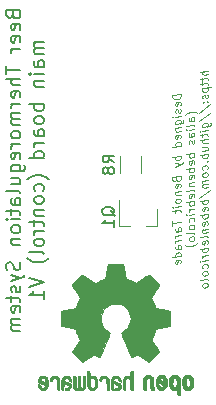
<source format=gbr>
%TF.GenerationSoftware,KiCad,Pcbnew,(5.1.10)-1*%
%TF.CreationDate,2021-09-12T12:23:19+02:00*%
%TF.ProjectId,BTS-MainBoard-Control,4254532d-4d61-4696-9e42-6f6172642d43,rev?*%
%TF.SameCoordinates,Original*%
%TF.FileFunction,Legend,Bot*%
%TF.FilePolarity,Positive*%
%FSLAX46Y46*%
G04 Gerber Fmt 4.6, Leading zero omitted, Abs format (unit mm)*
G04 Created by KiCad (PCBNEW (5.1.10)-1) date 2021-09-12 12:23:19*
%MOMM*%
%LPD*%
G01*
G04 APERTURE LIST*
%ADD10C,0.100000*%
%ADD11C,0.170000*%
%ADD12C,0.010000*%
%ADD13C,0.120000*%
%ADD14C,0.150000*%
G04 APERTURE END LIST*
D10*
X81716666Y-52453750D02*
X81016666Y-52541250D01*
X81016666Y-52707916D01*
X81050000Y-52803750D01*
X81116666Y-52862083D01*
X81183333Y-52887083D01*
X81316666Y-52903750D01*
X81416666Y-52891250D01*
X81550000Y-52841250D01*
X81616666Y-52799583D01*
X81683333Y-52724583D01*
X81716666Y-52620416D01*
X81716666Y-52453750D01*
X81683333Y-53424583D02*
X81716666Y-53353750D01*
X81716666Y-53220416D01*
X81683333Y-53157916D01*
X81616666Y-53132916D01*
X81350000Y-53166250D01*
X81283333Y-53207916D01*
X81250000Y-53278750D01*
X81250000Y-53412083D01*
X81283333Y-53474583D01*
X81350000Y-53499583D01*
X81416666Y-53491250D01*
X81483333Y-53149583D01*
X81683333Y-53724583D02*
X81716666Y-53787083D01*
X81716666Y-53920416D01*
X81683333Y-53991250D01*
X81616666Y-54032916D01*
X81583333Y-54037083D01*
X81516666Y-54012083D01*
X81483333Y-53949583D01*
X81483333Y-53849583D01*
X81450000Y-53787083D01*
X81383333Y-53762083D01*
X81350000Y-53766250D01*
X81283333Y-53807916D01*
X81250000Y-53878750D01*
X81250000Y-53978750D01*
X81283333Y-54041250D01*
X81716666Y-54320416D02*
X81250000Y-54378750D01*
X81016666Y-54407916D02*
X81050000Y-54370416D01*
X81083333Y-54399583D01*
X81050000Y-54437083D01*
X81016666Y-54407916D01*
X81083333Y-54399583D01*
X81250000Y-55012083D02*
X81816666Y-54941250D01*
X81883333Y-54899583D01*
X81916666Y-54862083D01*
X81950000Y-54791250D01*
X81950000Y-54691250D01*
X81916666Y-54628750D01*
X81683333Y-54957916D02*
X81716666Y-54887083D01*
X81716666Y-54753750D01*
X81683333Y-54691250D01*
X81650000Y-54662083D01*
X81583333Y-54637083D01*
X81383333Y-54662083D01*
X81316666Y-54703750D01*
X81283333Y-54741250D01*
X81250000Y-54812083D01*
X81250000Y-54945416D01*
X81283333Y-55007916D01*
X81250000Y-55345416D02*
X81716666Y-55287083D01*
X81316666Y-55337083D02*
X81283333Y-55374583D01*
X81250000Y-55445416D01*
X81250000Y-55545416D01*
X81283333Y-55607916D01*
X81350000Y-55632916D01*
X81716666Y-55587083D01*
X81683333Y-56191250D02*
X81716666Y-56120416D01*
X81716666Y-55987083D01*
X81683333Y-55924583D01*
X81616666Y-55899583D01*
X81350000Y-55932916D01*
X81283333Y-55974583D01*
X81250000Y-56045416D01*
X81250000Y-56178750D01*
X81283333Y-56241250D01*
X81350000Y-56266250D01*
X81416666Y-56257916D01*
X81483333Y-55916250D01*
X81716666Y-56820416D02*
X81016666Y-56907916D01*
X81683333Y-56824583D02*
X81716666Y-56753750D01*
X81716666Y-56620416D01*
X81683333Y-56557916D01*
X81650000Y-56528750D01*
X81583333Y-56503750D01*
X81383333Y-56528750D01*
X81316666Y-56570416D01*
X81283333Y-56607916D01*
X81250000Y-56678750D01*
X81250000Y-56812083D01*
X81283333Y-56874583D01*
X81716666Y-57687083D02*
X81016666Y-57774583D01*
X81283333Y-57741250D02*
X81250000Y-57812083D01*
X81250000Y-57945416D01*
X81283333Y-58007916D01*
X81316666Y-58037083D01*
X81383333Y-58062083D01*
X81583333Y-58037083D01*
X81650000Y-57995416D01*
X81683333Y-57957916D01*
X81716666Y-57887083D01*
X81716666Y-57753750D01*
X81683333Y-57691250D01*
X81250000Y-58312083D02*
X81716666Y-58420416D01*
X81250000Y-58645416D02*
X81716666Y-58420416D01*
X81883333Y-58332916D01*
X81916666Y-58295416D01*
X81950000Y-58224583D01*
X81350000Y-59666250D02*
X81383333Y-59762083D01*
X81416666Y-59791250D01*
X81483333Y-59816250D01*
X81583333Y-59803750D01*
X81650000Y-59762083D01*
X81683333Y-59724583D01*
X81716666Y-59653750D01*
X81716666Y-59387083D01*
X81016666Y-59474583D01*
X81016666Y-59707916D01*
X81050000Y-59770416D01*
X81083333Y-59799583D01*
X81150000Y-59824583D01*
X81216666Y-59816250D01*
X81283333Y-59774583D01*
X81316666Y-59737083D01*
X81350000Y-59666250D01*
X81350000Y-59432916D01*
X81683333Y-60357916D02*
X81716666Y-60287083D01*
X81716666Y-60153750D01*
X81683333Y-60091250D01*
X81616666Y-60066250D01*
X81350000Y-60099583D01*
X81283333Y-60141250D01*
X81250000Y-60212083D01*
X81250000Y-60345416D01*
X81283333Y-60407916D01*
X81350000Y-60432916D01*
X81416666Y-60424583D01*
X81483333Y-60082916D01*
X81250000Y-60745416D02*
X81716666Y-60687083D01*
X81316666Y-60737083D02*
X81283333Y-60774583D01*
X81250000Y-60845416D01*
X81250000Y-60945416D01*
X81283333Y-61007916D01*
X81350000Y-61032916D01*
X81716666Y-60987083D01*
X81716666Y-61420416D02*
X81683333Y-61357916D01*
X81650000Y-61328750D01*
X81583333Y-61303750D01*
X81383333Y-61328750D01*
X81316666Y-61370416D01*
X81283333Y-61407916D01*
X81250000Y-61478750D01*
X81250000Y-61578750D01*
X81283333Y-61641250D01*
X81316666Y-61670416D01*
X81383333Y-61695416D01*
X81583333Y-61670416D01*
X81650000Y-61628750D01*
X81683333Y-61591250D01*
X81716666Y-61520416D01*
X81716666Y-61420416D01*
X81716666Y-61953750D02*
X81250000Y-62012083D01*
X81016666Y-62041250D02*
X81050000Y-62003750D01*
X81083333Y-62032916D01*
X81050000Y-62070416D01*
X81016666Y-62041250D01*
X81083333Y-62032916D01*
X81250000Y-62245416D02*
X81250000Y-62512083D01*
X81016666Y-62374583D02*
X81616666Y-62299583D01*
X81683333Y-62324583D01*
X81716666Y-62387083D01*
X81716666Y-62453750D01*
X81016666Y-63207916D02*
X81016666Y-63607916D01*
X81716666Y-63320416D02*
X81016666Y-63407916D01*
X81716666Y-64053750D02*
X81350000Y-64099583D01*
X81283333Y-64074583D01*
X81250000Y-64012083D01*
X81250000Y-63878750D01*
X81283333Y-63807916D01*
X81683333Y-64057916D02*
X81716666Y-63987083D01*
X81716666Y-63820416D01*
X81683333Y-63757916D01*
X81616666Y-63732916D01*
X81550000Y-63741250D01*
X81483333Y-63782916D01*
X81450000Y-63853750D01*
X81450000Y-64020416D01*
X81416666Y-64091250D01*
X81716666Y-64387083D02*
X81250000Y-64445416D01*
X81383333Y-64428750D02*
X81316666Y-64470416D01*
X81283333Y-64507916D01*
X81250000Y-64578750D01*
X81250000Y-64645416D01*
X81716666Y-64820416D02*
X81250000Y-64878750D01*
X81383333Y-64862083D02*
X81316666Y-64903750D01*
X81283333Y-64941250D01*
X81250000Y-65012083D01*
X81250000Y-65078750D01*
X81716666Y-65553750D02*
X81350000Y-65599583D01*
X81283333Y-65574583D01*
X81250000Y-65512083D01*
X81250000Y-65378750D01*
X81283333Y-65307916D01*
X81683333Y-65557916D02*
X81716666Y-65487083D01*
X81716666Y-65320416D01*
X81683333Y-65257916D01*
X81616666Y-65232916D01*
X81550000Y-65241250D01*
X81483333Y-65282916D01*
X81450000Y-65353750D01*
X81450000Y-65520416D01*
X81416666Y-65591250D01*
X81716666Y-66187083D02*
X81016666Y-66274583D01*
X81683333Y-66191250D02*
X81716666Y-66120416D01*
X81716666Y-65987083D01*
X81683333Y-65924583D01*
X81650000Y-65895416D01*
X81583333Y-65870416D01*
X81383333Y-65895416D01*
X81316666Y-65937083D01*
X81283333Y-65974583D01*
X81250000Y-66045416D01*
X81250000Y-66178750D01*
X81283333Y-66241250D01*
X81683333Y-66791250D02*
X81716666Y-66720416D01*
X81716666Y-66587083D01*
X81683333Y-66524583D01*
X81616666Y-66499583D01*
X81350000Y-66532916D01*
X81283333Y-66574583D01*
X81250000Y-66645416D01*
X81250000Y-66778750D01*
X81283333Y-66841250D01*
X81350000Y-66866250D01*
X81416666Y-66857916D01*
X81483333Y-66516250D01*
X83133333Y-54103750D02*
X83100000Y-54074583D01*
X83000000Y-54020416D01*
X82933333Y-53995416D01*
X82833333Y-53974583D01*
X82666666Y-53962083D01*
X82533333Y-53978750D01*
X82366666Y-54032916D01*
X82266666Y-54078750D01*
X82200000Y-54120416D01*
X82100000Y-54199583D01*
X82066666Y-54237083D01*
X82866666Y-54703750D02*
X82500000Y-54749583D01*
X82433333Y-54724583D01*
X82400000Y-54662083D01*
X82400000Y-54528750D01*
X82433333Y-54457916D01*
X82833333Y-54707916D02*
X82866666Y-54637083D01*
X82866666Y-54470416D01*
X82833333Y-54407916D01*
X82766666Y-54382916D01*
X82700000Y-54391250D01*
X82633333Y-54432916D01*
X82600000Y-54503750D01*
X82600000Y-54670416D01*
X82566666Y-54741250D01*
X82866666Y-55137083D02*
X82833333Y-55074583D01*
X82766666Y-55049583D01*
X82166666Y-55124583D01*
X82866666Y-55403750D02*
X82400000Y-55462083D01*
X82166666Y-55491250D02*
X82200000Y-55453750D01*
X82233333Y-55482916D01*
X82200000Y-55520416D01*
X82166666Y-55491250D01*
X82233333Y-55482916D01*
X82866666Y-56037083D02*
X82500000Y-56082916D01*
X82433333Y-56057916D01*
X82400000Y-55995416D01*
X82400000Y-55862083D01*
X82433333Y-55791250D01*
X82833333Y-56041250D02*
X82866666Y-55970416D01*
X82866666Y-55803750D01*
X82833333Y-55741250D01*
X82766666Y-55716250D01*
X82700000Y-55724583D01*
X82633333Y-55766250D01*
X82600000Y-55837083D01*
X82600000Y-56003750D01*
X82566666Y-56074583D01*
X82833333Y-56341250D02*
X82866666Y-56403750D01*
X82866666Y-56537083D01*
X82833333Y-56607916D01*
X82766666Y-56649583D01*
X82733333Y-56653750D01*
X82666666Y-56628750D01*
X82633333Y-56566250D01*
X82633333Y-56466250D01*
X82600000Y-56403750D01*
X82533333Y-56378750D01*
X82500000Y-56382916D01*
X82433333Y-56424583D01*
X82400000Y-56495416D01*
X82400000Y-56595416D01*
X82433333Y-56657916D01*
X82866666Y-57470416D02*
X82166666Y-57557916D01*
X82433333Y-57524583D02*
X82400000Y-57595416D01*
X82400000Y-57728750D01*
X82433333Y-57791250D01*
X82466666Y-57820416D01*
X82533333Y-57845416D01*
X82733333Y-57820416D01*
X82800000Y-57778750D01*
X82833333Y-57741250D01*
X82866666Y-57670416D01*
X82866666Y-57537083D01*
X82833333Y-57474583D01*
X82833333Y-58374583D02*
X82866666Y-58303750D01*
X82866666Y-58170416D01*
X82833333Y-58107916D01*
X82766666Y-58082916D01*
X82500000Y-58116250D01*
X82433333Y-58157916D01*
X82400000Y-58228750D01*
X82400000Y-58362083D01*
X82433333Y-58424583D01*
X82500000Y-58449583D01*
X82566666Y-58441250D01*
X82633333Y-58099583D01*
X82866666Y-58703750D02*
X82166666Y-58791250D01*
X82433333Y-58757916D02*
X82400000Y-58828750D01*
X82400000Y-58962083D01*
X82433333Y-59024583D01*
X82466666Y-59053750D01*
X82533333Y-59078750D01*
X82733333Y-59053750D01*
X82800000Y-59012083D01*
X82833333Y-58974583D01*
X82866666Y-58903750D01*
X82866666Y-58770416D01*
X82833333Y-58707916D01*
X82833333Y-59607916D02*
X82866666Y-59537083D01*
X82866666Y-59403750D01*
X82833333Y-59341250D01*
X82766666Y-59316250D01*
X82500000Y-59349583D01*
X82433333Y-59391250D01*
X82400000Y-59462083D01*
X82400000Y-59595416D01*
X82433333Y-59657916D01*
X82500000Y-59682916D01*
X82566666Y-59674583D01*
X82633333Y-59332916D01*
X82400000Y-59995416D02*
X82866666Y-59937083D01*
X82466666Y-59987083D02*
X82433333Y-60024583D01*
X82400000Y-60095416D01*
X82400000Y-60195416D01*
X82433333Y-60257916D01*
X82500000Y-60282916D01*
X82866666Y-60237083D01*
X82866666Y-60670416D02*
X82833333Y-60607916D01*
X82766666Y-60582916D01*
X82166666Y-60657916D01*
X82833333Y-61207916D02*
X82866666Y-61137083D01*
X82866666Y-61003750D01*
X82833333Y-60941250D01*
X82766666Y-60916250D01*
X82500000Y-60949583D01*
X82433333Y-60991250D01*
X82400000Y-61062083D01*
X82400000Y-61195416D01*
X82433333Y-61257916D01*
X82500000Y-61282916D01*
X82566666Y-61274583D01*
X82633333Y-60932916D01*
X82866666Y-61537083D02*
X82166666Y-61624583D01*
X82433333Y-61591250D02*
X82400000Y-61662083D01*
X82400000Y-61795416D01*
X82433333Y-61857916D01*
X82466666Y-61887083D01*
X82533333Y-61912083D01*
X82733333Y-61887083D01*
X82800000Y-61845416D01*
X82833333Y-61807916D01*
X82866666Y-61737083D01*
X82866666Y-61603750D01*
X82833333Y-61541250D01*
X82866666Y-62170416D02*
X82400000Y-62228750D01*
X82533333Y-62212083D02*
X82466666Y-62253750D01*
X82433333Y-62291250D01*
X82400000Y-62362083D01*
X82400000Y-62428750D01*
X82866666Y-62603750D02*
X82400000Y-62662083D01*
X82166666Y-62691250D02*
X82200000Y-62653750D01*
X82233333Y-62682916D01*
X82200000Y-62720416D01*
X82166666Y-62691250D01*
X82233333Y-62682916D01*
X82833333Y-63241250D02*
X82866666Y-63170416D01*
X82866666Y-63037083D01*
X82833333Y-62974583D01*
X82800000Y-62945416D01*
X82733333Y-62920416D01*
X82533333Y-62945416D01*
X82466666Y-62987083D01*
X82433333Y-63024583D01*
X82400000Y-63095416D01*
X82400000Y-63228750D01*
X82433333Y-63291250D01*
X82866666Y-63637083D02*
X82833333Y-63574583D01*
X82800000Y-63545416D01*
X82733333Y-63520416D01*
X82533333Y-63545416D01*
X82466666Y-63587083D01*
X82433333Y-63624583D01*
X82400000Y-63695416D01*
X82400000Y-63795416D01*
X82433333Y-63857916D01*
X82466666Y-63887083D01*
X82533333Y-63912083D01*
X82733333Y-63887083D01*
X82800000Y-63845416D01*
X82833333Y-63807916D01*
X82866666Y-63737083D01*
X82866666Y-63637083D01*
X82866666Y-64270416D02*
X82833333Y-64207916D01*
X82766666Y-64182916D01*
X82166666Y-64257916D01*
X82866666Y-64637083D02*
X82833333Y-64574583D01*
X82800000Y-64545416D01*
X82733333Y-64520416D01*
X82533333Y-64545416D01*
X82466666Y-64587083D01*
X82433333Y-64624583D01*
X82400000Y-64695416D01*
X82400000Y-64795416D01*
X82433333Y-64857916D01*
X82466666Y-64887083D01*
X82533333Y-64912083D01*
X82733333Y-64887083D01*
X82800000Y-64845416D01*
X82833333Y-64807916D01*
X82866666Y-64737083D01*
X82866666Y-64637083D01*
X83133333Y-65070416D02*
X83100000Y-65107916D01*
X83000000Y-65187083D01*
X82933333Y-65228750D01*
X82833333Y-65274583D01*
X82666666Y-65328750D01*
X82533333Y-65345416D01*
X82366666Y-65332916D01*
X82266666Y-65312083D01*
X82200000Y-65287083D01*
X82100000Y-65232916D01*
X82066666Y-65203750D01*
X84016666Y-50470416D02*
X83316666Y-50557916D01*
X84016666Y-50770416D02*
X83650000Y-50816250D01*
X83583333Y-50791250D01*
X83550000Y-50728750D01*
X83550000Y-50628750D01*
X83583333Y-50557916D01*
X83616666Y-50520416D01*
X83550000Y-51062083D02*
X83550000Y-51328750D01*
X83316666Y-51191250D02*
X83916666Y-51116250D01*
X83983333Y-51141250D01*
X84016666Y-51203750D01*
X84016666Y-51270416D01*
X83550000Y-51462083D02*
X83550000Y-51728750D01*
X83316666Y-51591250D02*
X83916666Y-51516250D01*
X83983333Y-51541250D01*
X84016666Y-51603750D01*
X84016666Y-51670416D01*
X83550000Y-51962083D02*
X84250000Y-51874583D01*
X83583333Y-51957916D02*
X83550000Y-52028750D01*
X83550000Y-52162083D01*
X83583333Y-52224583D01*
X83616666Y-52253750D01*
X83683333Y-52278750D01*
X83883333Y-52253750D01*
X83950000Y-52212083D01*
X83983333Y-52174583D01*
X84016666Y-52103750D01*
X84016666Y-51970416D01*
X83983333Y-51907916D01*
X83983333Y-52507916D02*
X84016666Y-52570416D01*
X84016666Y-52703750D01*
X83983333Y-52774583D01*
X83916666Y-52816250D01*
X83883333Y-52820416D01*
X83816666Y-52795416D01*
X83783333Y-52732916D01*
X83783333Y-52632916D01*
X83750000Y-52570416D01*
X83683333Y-52545416D01*
X83650000Y-52549583D01*
X83583333Y-52591250D01*
X83550000Y-52662083D01*
X83550000Y-52762083D01*
X83583333Y-52824583D01*
X83950000Y-53112083D02*
X83983333Y-53141250D01*
X84016666Y-53103750D01*
X83983333Y-53074583D01*
X83950000Y-53112083D01*
X84016666Y-53103750D01*
X83583333Y-53157916D02*
X83616666Y-53187083D01*
X83650000Y-53149583D01*
X83616666Y-53120416D01*
X83583333Y-53157916D01*
X83650000Y-53149583D01*
X83283333Y-54028750D02*
X84183333Y-53316250D01*
X83283333Y-54762083D02*
X84183333Y-54049583D01*
X83550000Y-55262083D02*
X84116666Y-55191250D01*
X84183333Y-55149583D01*
X84216666Y-55112083D01*
X84250000Y-55041250D01*
X84250000Y-54941250D01*
X84216666Y-54878750D01*
X83983333Y-55207916D02*
X84016666Y-55137083D01*
X84016666Y-55003750D01*
X83983333Y-54941250D01*
X83950000Y-54912083D01*
X83883333Y-54887083D01*
X83683333Y-54912083D01*
X83616666Y-54953750D01*
X83583333Y-54991250D01*
X83550000Y-55062083D01*
X83550000Y-55195416D01*
X83583333Y-55257916D01*
X84016666Y-55537083D02*
X83550000Y-55595416D01*
X83316666Y-55624583D02*
X83350000Y-55587083D01*
X83383333Y-55616250D01*
X83350000Y-55653750D01*
X83316666Y-55624583D01*
X83383333Y-55616250D01*
X83550000Y-55828750D02*
X83550000Y-56095416D01*
X83316666Y-55957916D02*
X83916666Y-55882916D01*
X83983333Y-55907916D01*
X84016666Y-55970416D01*
X84016666Y-56037083D01*
X84016666Y-56270416D02*
X83316666Y-56357916D01*
X84016666Y-56570416D02*
X83650000Y-56616250D01*
X83583333Y-56591250D01*
X83550000Y-56528750D01*
X83550000Y-56428750D01*
X83583333Y-56357916D01*
X83616666Y-56320416D01*
X83550000Y-57262083D02*
X84016666Y-57203750D01*
X83550000Y-56962083D02*
X83916666Y-56916250D01*
X83983333Y-56941250D01*
X84016666Y-57003750D01*
X84016666Y-57103750D01*
X83983333Y-57174583D01*
X83950000Y-57212083D01*
X84016666Y-57537083D02*
X83316666Y-57624583D01*
X83583333Y-57591250D02*
X83550000Y-57662083D01*
X83550000Y-57795416D01*
X83583333Y-57857916D01*
X83616666Y-57887083D01*
X83683333Y-57912083D01*
X83883333Y-57887083D01*
X83950000Y-57845416D01*
X83983333Y-57807916D01*
X84016666Y-57737083D01*
X84016666Y-57603750D01*
X83983333Y-57541250D01*
X83950000Y-58178750D02*
X83983333Y-58207916D01*
X84016666Y-58170416D01*
X83983333Y-58141250D01*
X83950000Y-58178750D01*
X84016666Y-58170416D01*
X83983333Y-58807916D02*
X84016666Y-58737083D01*
X84016666Y-58603750D01*
X83983333Y-58541250D01*
X83950000Y-58512083D01*
X83883333Y-58487083D01*
X83683333Y-58512083D01*
X83616666Y-58553750D01*
X83583333Y-58591250D01*
X83550000Y-58662083D01*
X83550000Y-58795416D01*
X83583333Y-58857916D01*
X84016666Y-59203750D02*
X83983333Y-59141250D01*
X83950000Y-59112083D01*
X83883333Y-59087083D01*
X83683333Y-59112083D01*
X83616666Y-59153750D01*
X83583333Y-59191250D01*
X83550000Y-59262083D01*
X83550000Y-59362083D01*
X83583333Y-59424583D01*
X83616666Y-59453750D01*
X83683333Y-59478750D01*
X83883333Y-59453750D01*
X83950000Y-59412083D01*
X83983333Y-59374583D01*
X84016666Y-59303750D01*
X84016666Y-59203750D01*
X84016666Y-59737083D02*
X83550000Y-59795416D01*
X83616666Y-59787083D02*
X83583333Y-59824583D01*
X83550000Y-59895416D01*
X83550000Y-59995416D01*
X83583333Y-60057916D01*
X83650000Y-60082916D01*
X84016666Y-60037083D01*
X83650000Y-60082916D02*
X83583333Y-60124583D01*
X83550000Y-60195416D01*
X83550000Y-60295416D01*
X83583333Y-60357916D01*
X83650000Y-60382916D01*
X84016666Y-60337083D01*
X83283333Y-61262083D02*
X84183333Y-60549583D01*
X84016666Y-61403750D02*
X83316666Y-61491250D01*
X83583333Y-61457916D02*
X83550000Y-61528750D01*
X83550000Y-61662083D01*
X83583333Y-61724583D01*
X83616666Y-61753750D01*
X83683333Y-61778750D01*
X83883333Y-61753750D01*
X83950000Y-61712083D01*
X83983333Y-61674583D01*
X84016666Y-61603750D01*
X84016666Y-61470416D01*
X83983333Y-61407916D01*
X83983333Y-62307916D02*
X84016666Y-62237083D01*
X84016666Y-62103750D01*
X83983333Y-62041250D01*
X83916666Y-62016250D01*
X83650000Y-62049583D01*
X83583333Y-62091250D01*
X83550000Y-62162083D01*
X83550000Y-62295416D01*
X83583333Y-62357916D01*
X83650000Y-62382916D01*
X83716666Y-62374583D01*
X83783333Y-62032916D01*
X84016666Y-62637083D02*
X83316666Y-62724583D01*
X83583333Y-62691250D02*
X83550000Y-62762083D01*
X83550000Y-62895416D01*
X83583333Y-62957916D01*
X83616666Y-62987083D01*
X83683333Y-63012083D01*
X83883333Y-62987083D01*
X83950000Y-62945416D01*
X83983333Y-62907916D01*
X84016666Y-62837083D01*
X84016666Y-62703750D01*
X83983333Y-62641250D01*
X83983333Y-63541250D02*
X84016666Y-63470416D01*
X84016666Y-63337083D01*
X83983333Y-63274583D01*
X83916666Y-63249583D01*
X83650000Y-63282916D01*
X83583333Y-63324583D01*
X83550000Y-63395416D01*
X83550000Y-63528750D01*
X83583333Y-63591250D01*
X83650000Y-63616250D01*
X83716666Y-63607916D01*
X83783333Y-63266250D01*
X83550000Y-63928750D02*
X84016666Y-63870416D01*
X83616666Y-63920416D02*
X83583333Y-63957916D01*
X83550000Y-64028750D01*
X83550000Y-64128750D01*
X83583333Y-64191250D01*
X83650000Y-64216250D01*
X84016666Y-64170416D01*
X84016666Y-64603750D02*
X83983333Y-64541250D01*
X83916666Y-64516250D01*
X83316666Y-64591250D01*
X83983333Y-65141250D02*
X84016666Y-65070416D01*
X84016666Y-64937083D01*
X83983333Y-64874583D01*
X83916666Y-64849583D01*
X83650000Y-64882916D01*
X83583333Y-64924583D01*
X83550000Y-64995416D01*
X83550000Y-65128750D01*
X83583333Y-65191250D01*
X83650000Y-65216250D01*
X83716666Y-65207916D01*
X83783333Y-64866250D01*
X84016666Y-65470416D02*
X83316666Y-65557916D01*
X83583333Y-65524583D02*
X83550000Y-65595416D01*
X83550000Y-65728750D01*
X83583333Y-65791250D01*
X83616666Y-65820416D01*
X83683333Y-65845416D01*
X83883333Y-65820416D01*
X83950000Y-65778750D01*
X83983333Y-65741250D01*
X84016666Y-65670416D01*
X84016666Y-65537083D01*
X83983333Y-65474583D01*
X84016666Y-66103750D02*
X83550000Y-66162083D01*
X83683333Y-66145416D02*
X83616666Y-66187083D01*
X83583333Y-66224583D01*
X83550000Y-66295416D01*
X83550000Y-66362083D01*
X84016666Y-66537083D02*
X83550000Y-66595416D01*
X83316666Y-66624583D02*
X83350000Y-66587083D01*
X83383333Y-66616250D01*
X83350000Y-66653750D01*
X83316666Y-66624583D01*
X83383333Y-66616250D01*
X83983333Y-67174583D02*
X84016666Y-67103750D01*
X84016666Y-66970416D01*
X83983333Y-66907916D01*
X83950000Y-66878750D01*
X83883333Y-66853750D01*
X83683333Y-66878750D01*
X83616666Y-66920416D01*
X83583333Y-66957916D01*
X83550000Y-67028750D01*
X83550000Y-67162083D01*
X83583333Y-67224583D01*
X84016666Y-67570416D02*
X83983333Y-67507916D01*
X83950000Y-67478750D01*
X83883333Y-67453750D01*
X83683333Y-67478750D01*
X83616666Y-67520416D01*
X83583333Y-67557916D01*
X83550000Y-67628750D01*
X83550000Y-67728750D01*
X83583333Y-67791250D01*
X83616666Y-67820416D01*
X83683333Y-67845416D01*
X83883333Y-67820416D01*
X83950000Y-67778750D01*
X83983333Y-67741250D01*
X84016666Y-67670416D01*
X84016666Y-67570416D01*
X84016666Y-68203750D02*
X83983333Y-68141250D01*
X83916666Y-68116250D01*
X83316666Y-68191250D01*
X84016666Y-68570416D02*
X83983333Y-68507916D01*
X83950000Y-68478750D01*
X83883333Y-68453750D01*
X83683333Y-68478750D01*
X83616666Y-68520416D01*
X83583333Y-68557916D01*
X83550000Y-68628750D01*
X83550000Y-68728750D01*
X83583333Y-68791250D01*
X83616666Y-68820416D01*
X83683333Y-68845416D01*
X83883333Y-68820416D01*
X83950000Y-68778750D01*
X83983333Y-68741250D01*
X84016666Y-68670416D01*
X84016666Y-68570416D01*
D11*
X67509285Y-45756571D02*
X67566428Y-45928000D01*
X67623571Y-45985142D01*
X67737857Y-46042285D01*
X67909285Y-46042285D01*
X68023571Y-45985142D01*
X68080714Y-45928000D01*
X68137857Y-45813714D01*
X68137857Y-45356571D01*
X66937857Y-45356571D01*
X66937857Y-45756571D01*
X66995000Y-45870857D01*
X67052142Y-45928000D01*
X67166428Y-45985142D01*
X67280714Y-45985142D01*
X67395000Y-45928000D01*
X67452142Y-45870857D01*
X67509285Y-45756571D01*
X67509285Y-45356571D01*
X68080714Y-47013714D02*
X68137857Y-46899428D01*
X68137857Y-46670857D01*
X68080714Y-46556571D01*
X67966428Y-46499428D01*
X67509285Y-46499428D01*
X67395000Y-46556571D01*
X67337857Y-46670857D01*
X67337857Y-46899428D01*
X67395000Y-47013714D01*
X67509285Y-47070857D01*
X67623571Y-47070857D01*
X67737857Y-46499428D01*
X68080714Y-48042285D02*
X68137857Y-47928000D01*
X68137857Y-47699428D01*
X68080714Y-47585142D01*
X67966428Y-47528000D01*
X67509285Y-47528000D01*
X67395000Y-47585142D01*
X67337857Y-47699428D01*
X67337857Y-47928000D01*
X67395000Y-48042285D01*
X67509285Y-48099428D01*
X67623571Y-48099428D01*
X67737857Y-47528000D01*
X68137857Y-48613714D02*
X67337857Y-48613714D01*
X67566428Y-48613714D02*
X67452142Y-48670857D01*
X67395000Y-48728000D01*
X67337857Y-48842285D01*
X67337857Y-48956571D01*
X66937857Y-50099428D02*
X66937857Y-50785142D01*
X68137857Y-50442285D02*
X66937857Y-50442285D01*
X68137857Y-51185142D02*
X66937857Y-51185142D01*
X68137857Y-51699428D02*
X67509285Y-51699428D01*
X67395000Y-51642285D01*
X67337857Y-51528000D01*
X67337857Y-51356571D01*
X67395000Y-51242285D01*
X67452142Y-51185142D01*
X68080714Y-52728000D02*
X68137857Y-52613714D01*
X68137857Y-52385142D01*
X68080714Y-52270857D01*
X67966428Y-52213714D01*
X67509285Y-52213714D01*
X67395000Y-52270857D01*
X67337857Y-52385142D01*
X67337857Y-52613714D01*
X67395000Y-52728000D01*
X67509285Y-52785142D01*
X67623571Y-52785142D01*
X67737857Y-52213714D01*
X68137857Y-53299428D02*
X67337857Y-53299428D01*
X67566428Y-53299428D02*
X67452142Y-53356571D01*
X67395000Y-53413714D01*
X67337857Y-53528000D01*
X67337857Y-53642285D01*
X68137857Y-54042285D02*
X67337857Y-54042285D01*
X67452142Y-54042285D02*
X67395000Y-54099428D01*
X67337857Y-54213714D01*
X67337857Y-54385142D01*
X67395000Y-54499428D01*
X67509285Y-54556571D01*
X68137857Y-54556571D01*
X67509285Y-54556571D02*
X67395000Y-54613714D01*
X67337857Y-54728000D01*
X67337857Y-54899428D01*
X67395000Y-55013714D01*
X67509285Y-55070857D01*
X68137857Y-55070857D01*
X68137857Y-55813714D02*
X68080714Y-55699428D01*
X68023571Y-55642285D01*
X67909285Y-55585142D01*
X67566428Y-55585142D01*
X67452142Y-55642285D01*
X67395000Y-55699428D01*
X67337857Y-55813714D01*
X67337857Y-55985142D01*
X67395000Y-56099428D01*
X67452142Y-56156571D01*
X67566428Y-56213714D01*
X67909285Y-56213714D01*
X68023571Y-56156571D01*
X68080714Y-56099428D01*
X68137857Y-55985142D01*
X68137857Y-55813714D01*
X68137857Y-56728000D02*
X67337857Y-56728000D01*
X67566428Y-56728000D02*
X67452142Y-56785142D01*
X67395000Y-56842285D01*
X67337857Y-56956571D01*
X67337857Y-57070857D01*
X68080714Y-57928000D02*
X68137857Y-57813714D01*
X68137857Y-57585142D01*
X68080714Y-57470857D01*
X67966428Y-57413714D01*
X67509285Y-57413714D01*
X67395000Y-57470857D01*
X67337857Y-57585142D01*
X67337857Y-57813714D01*
X67395000Y-57928000D01*
X67509285Y-57985142D01*
X67623571Y-57985142D01*
X67737857Y-57413714D01*
X67337857Y-59013714D02*
X68309285Y-59013714D01*
X68423571Y-58956571D01*
X68480714Y-58899428D01*
X68537857Y-58785142D01*
X68537857Y-58613714D01*
X68480714Y-58499428D01*
X68080714Y-59013714D02*
X68137857Y-58899428D01*
X68137857Y-58670857D01*
X68080714Y-58556571D01*
X68023571Y-58499428D01*
X67909285Y-58442285D01*
X67566428Y-58442285D01*
X67452142Y-58499428D01*
X67395000Y-58556571D01*
X67337857Y-58670857D01*
X67337857Y-58899428D01*
X67395000Y-59013714D01*
X67337857Y-60099428D02*
X68137857Y-60099428D01*
X67337857Y-59585142D02*
X67966428Y-59585142D01*
X68080714Y-59642285D01*
X68137857Y-59756571D01*
X68137857Y-59928000D01*
X68080714Y-60042285D01*
X68023571Y-60099428D01*
X68137857Y-60842285D02*
X68080714Y-60728000D01*
X67966428Y-60670857D01*
X66937857Y-60670857D01*
X68137857Y-61813714D02*
X67509285Y-61813714D01*
X67395000Y-61756571D01*
X67337857Y-61642285D01*
X67337857Y-61413714D01*
X67395000Y-61299428D01*
X68080714Y-61813714D02*
X68137857Y-61699428D01*
X68137857Y-61413714D01*
X68080714Y-61299428D01*
X67966428Y-61242285D01*
X67852142Y-61242285D01*
X67737857Y-61299428D01*
X67680714Y-61413714D01*
X67680714Y-61699428D01*
X67623571Y-61813714D01*
X67337857Y-62213714D02*
X67337857Y-62670857D01*
X66937857Y-62385142D02*
X67966428Y-62385142D01*
X68080714Y-62442285D01*
X68137857Y-62556571D01*
X68137857Y-62670857D01*
X68137857Y-63070857D02*
X67337857Y-63070857D01*
X66937857Y-63070857D02*
X66995000Y-63013714D01*
X67052142Y-63070857D01*
X66995000Y-63128000D01*
X66937857Y-63070857D01*
X67052142Y-63070857D01*
X68137857Y-63813714D02*
X68080714Y-63699428D01*
X68023571Y-63642285D01*
X67909285Y-63585142D01*
X67566428Y-63585142D01*
X67452142Y-63642285D01*
X67395000Y-63699428D01*
X67337857Y-63813714D01*
X67337857Y-63985142D01*
X67395000Y-64099428D01*
X67452142Y-64156571D01*
X67566428Y-64213714D01*
X67909285Y-64213714D01*
X68023571Y-64156571D01*
X68080714Y-64099428D01*
X68137857Y-63985142D01*
X68137857Y-63813714D01*
X67337857Y-64728000D02*
X68137857Y-64728000D01*
X67452142Y-64728000D02*
X67395000Y-64785142D01*
X67337857Y-64899428D01*
X67337857Y-65070857D01*
X67395000Y-65185142D01*
X67509285Y-65242285D01*
X68137857Y-65242285D01*
X68080714Y-66670857D02*
X68137857Y-66842285D01*
X68137857Y-67128000D01*
X68080714Y-67242285D01*
X68023571Y-67299428D01*
X67909285Y-67356571D01*
X67795000Y-67356571D01*
X67680714Y-67299428D01*
X67623571Y-67242285D01*
X67566428Y-67128000D01*
X67509285Y-66899428D01*
X67452142Y-66785142D01*
X67395000Y-66728000D01*
X67280714Y-66670857D01*
X67166428Y-66670857D01*
X67052142Y-66728000D01*
X66995000Y-66785142D01*
X66937857Y-66899428D01*
X66937857Y-67185142D01*
X66995000Y-67356571D01*
X67337857Y-67756571D02*
X68137857Y-68042285D01*
X67337857Y-68328000D02*
X68137857Y-68042285D01*
X68423571Y-67928000D01*
X68480714Y-67870857D01*
X68537857Y-67756571D01*
X68080714Y-68728000D02*
X68137857Y-68842285D01*
X68137857Y-69070857D01*
X68080714Y-69185142D01*
X67966428Y-69242285D01*
X67909285Y-69242285D01*
X67795000Y-69185142D01*
X67737857Y-69070857D01*
X67737857Y-68899428D01*
X67680714Y-68785142D01*
X67566428Y-68728000D01*
X67509285Y-68728000D01*
X67395000Y-68785142D01*
X67337857Y-68899428D01*
X67337857Y-69070857D01*
X67395000Y-69185142D01*
X67337857Y-69585142D02*
X67337857Y-70042285D01*
X66937857Y-69756571D02*
X67966428Y-69756571D01*
X68080714Y-69813714D01*
X68137857Y-69928000D01*
X68137857Y-70042285D01*
X68080714Y-70899428D02*
X68137857Y-70785142D01*
X68137857Y-70556571D01*
X68080714Y-70442285D01*
X67966428Y-70385142D01*
X67509285Y-70385142D01*
X67395000Y-70442285D01*
X67337857Y-70556571D01*
X67337857Y-70785142D01*
X67395000Y-70899428D01*
X67509285Y-70956571D01*
X67623571Y-70956571D01*
X67737857Y-70385142D01*
X68137857Y-71470857D02*
X67337857Y-71470857D01*
X67452142Y-71470857D02*
X67395000Y-71528000D01*
X67337857Y-71642285D01*
X67337857Y-71813714D01*
X67395000Y-71928000D01*
X67509285Y-71985142D01*
X68137857Y-71985142D01*
X67509285Y-71985142D02*
X67395000Y-72042285D01*
X67337857Y-72156571D01*
X67337857Y-72328000D01*
X67395000Y-72442285D01*
X67509285Y-72499428D01*
X68137857Y-72499428D01*
X70107857Y-48070857D02*
X69307857Y-48070857D01*
X69422142Y-48070857D02*
X69365000Y-48128000D01*
X69307857Y-48242285D01*
X69307857Y-48413714D01*
X69365000Y-48528000D01*
X69479285Y-48585142D01*
X70107857Y-48585142D01*
X69479285Y-48585142D02*
X69365000Y-48642285D01*
X69307857Y-48756571D01*
X69307857Y-48928000D01*
X69365000Y-49042285D01*
X69479285Y-49099428D01*
X70107857Y-49099428D01*
X70107857Y-50185142D02*
X69479285Y-50185142D01*
X69365000Y-50128000D01*
X69307857Y-50013714D01*
X69307857Y-49785142D01*
X69365000Y-49670857D01*
X70050714Y-50185142D02*
X70107857Y-50070857D01*
X70107857Y-49785142D01*
X70050714Y-49670857D01*
X69936428Y-49613714D01*
X69822142Y-49613714D01*
X69707857Y-49670857D01*
X69650714Y-49785142D01*
X69650714Y-50070857D01*
X69593571Y-50185142D01*
X70107857Y-50756571D02*
X69307857Y-50756571D01*
X68907857Y-50756571D02*
X68965000Y-50699428D01*
X69022142Y-50756571D01*
X68965000Y-50813714D01*
X68907857Y-50756571D01*
X69022142Y-50756571D01*
X69307857Y-51328000D02*
X70107857Y-51328000D01*
X69422142Y-51328000D02*
X69365000Y-51385142D01*
X69307857Y-51499428D01*
X69307857Y-51670857D01*
X69365000Y-51785142D01*
X69479285Y-51842285D01*
X70107857Y-51842285D01*
X70107857Y-53328000D02*
X68907857Y-53328000D01*
X69365000Y-53328000D02*
X69307857Y-53442285D01*
X69307857Y-53670857D01*
X69365000Y-53785142D01*
X69422142Y-53842285D01*
X69536428Y-53899428D01*
X69879285Y-53899428D01*
X69993571Y-53842285D01*
X70050714Y-53785142D01*
X70107857Y-53670857D01*
X70107857Y-53442285D01*
X70050714Y-53328000D01*
X70107857Y-54585142D02*
X70050714Y-54470857D01*
X69993571Y-54413714D01*
X69879285Y-54356571D01*
X69536428Y-54356571D01*
X69422142Y-54413714D01*
X69365000Y-54470857D01*
X69307857Y-54585142D01*
X69307857Y-54756571D01*
X69365000Y-54870857D01*
X69422142Y-54928000D01*
X69536428Y-54985142D01*
X69879285Y-54985142D01*
X69993571Y-54928000D01*
X70050714Y-54870857D01*
X70107857Y-54756571D01*
X70107857Y-54585142D01*
X70107857Y-56013714D02*
X69479285Y-56013714D01*
X69365000Y-55956571D01*
X69307857Y-55842285D01*
X69307857Y-55613714D01*
X69365000Y-55499428D01*
X70050714Y-56013714D02*
X70107857Y-55899428D01*
X70107857Y-55613714D01*
X70050714Y-55499428D01*
X69936428Y-55442285D01*
X69822142Y-55442285D01*
X69707857Y-55499428D01*
X69650714Y-55613714D01*
X69650714Y-55899428D01*
X69593571Y-56013714D01*
X70107857Y-56585142D02*
X69307857Y-56585142D01*
X69536428Y-56585142D02*
X69422142Y-56642285D01*
X69365000Y-56699428D01*
X69307857Y-56813714D01*
X69307857Y-56928000D01*
X70107857Y-57842285D02*
X68907857Y-57842285D01*
X70050714Y-57842285D02*
X70107857Y-57728000D01*
X70107857Y-57499428D01*
X70050714Y-57385142D01*
X69993571Y-57328000D01*
X69879285Y-57270857D01*
X69536428Y-57270857D01*
X69422142Y-57328000D01*
X69365000Y-57385142D01*
X69307857Y-57499428D01*
X69307857Y-57728000D01*
X69365000Y-57842285D01*
X70565000Y-59670857D02*
X70507857Y-59613714D01*
X70336428Y-59499428D01*
X70222142Y-59442285D01*
X70050714Y-59385142D01*
X69765000Y-59328000D01*
X69536428Y-59328000D01*
X69250714Y-59385142D01*
X69079285Y-59442285D01*
X68965000Y-59499428D01*
X68793571Y-59613714D01*
X68736428Y-59670857D01*
X70050714Y-60642285D02*
X70107857Y-60528000D01*
X70107857Y-60299428D01*
X70050714Y-60185142D01*
X69993571Y-60128000D01*
X69879285Y-60070857D01*
X69536428Y-60070857D01*
X69422142Y-60128000D01*
X69365000Y-60185142D01*
X69307857Y-60299428D01*
X69307857Y-60528000D01*
X69365000Y-60642285D01*
X70107857Y-61328000D02*
X70050714Y-61213714D01*
X69993571Y-61156571D01*
X69879285Y-61099428D01*
X69536428Y-61099428D01*
X69422142Y-61156571D01*
X69365000Y-61213714D01*
X69307857Y-61328000D01*
X69307857Y-61499428D01*
X69365000Y-61613714D01*
X69422142Y-61670857D01*
X69536428Y-61728000D01*
X69879285Y-61728000D01*
X69993571Y-61670857D01*
X70050714Y-61613714D01*
X70107857Y-61499428D01*
X70107857Y-61328000D01*
X69307857Y-62242285D02*
X70107857Y-62242285D01*
X69422142Y-62242285D02*
X69365000Y-62299428D01*
X69307857Y-62413714D01*
X69307857Y-62585142D01*
X69365000Y-62699428D01*
X69479285Y-62756571D01*
X70107857Y-62756571D01*
X69307857Y-63156571D02*
X69307857Y-63613714D01*
X68907857Y-63328000D02*
X69936428Y-63328000D01*
X70050714Y-63385142D01*
X70107857Y-63499428D01*
X70107857Y-63613714D01*
X70107857Y-64013714D02*
X69307857Y-64013714D01*
X69536428Y-64013714D02*
X69422142Y-64070857D01*
X69365000Y-64128000D01*
X69307857Y-64242285D01*
X69307857Y-64356571D01*
X70107857Y-64928000D02*
X70050714Y-64813714D01*
X69993571Y-64756571D01*
X69879285Y-64699428D01*
X69536428Y-64699428D01*
X69422142Y-64756571D01*
X69365000Y-64813714D01*
X69307857Y-64928000D01*
X69307857Y-65099428D01*
X69365000Y-65213714D01*
X69422142Y-65270857D01*
X69536428Y-65328000D01*
X69879285Y-65328000D01*
X69993571Y-65270857D01*
X70050714Y-65213714D01*
X70107857Y-65099428D01*
X70107857Y-64928000D01*
X70107857Y-66013714D02*
X70050714Y-65899428D01*
X69936428Y-65842285D01*
X68907857Y-65842285D01*
X70565000Y-66356571D02*
X70507857Y-66413714D01*
X70336428Y-66528000D01*
X70222142Y-66585142D01*
X70050714Y-66642285D01*
X69765000Y-66699428D01*
X69536428Y-66699428D01*
X69250714Y-66642285D01*
X69079285Y-66585142D01*
X68965000Y-66528000D01*
X68793571Y-66413714D01*
X68736428Y-66356571D01*
X68907857Y-68013714D02*
X70107857Y-68413714D01*
X68907857Y-68813714D01*
X70107857Y-69842285D02*
X70107857Y-69156571D01*
X70107857Y-69499428D02*
X68907857Y-69499428D01*
X69079285Y-69385142D01*
X69193571Y-69270857D01*
X69250714Y-69156571D01*
D12*
%TO.C,REF\u002A\u002A*%
G36*
X81028100Y-76251903D02*
G01*
X80916550Y-76307522D01*
X80818092Y-76409931D01*
X80790977Y-76447864D01*
X80761438Y-76497500D01*
X80742272Y-76551412D01*
X80731307Y-76623364D01*
X80726371Y-76727122D01*
X80725287Y-76864101D01*
X80730182Y-77051815D01*
X80747196Y-77192758D01*
X80779823Y-77297908D01*
X80831558Y-77378243D01*
X80905896Y-77444741D01*
X80911358Y-77448678D01*
X80984620Y-77488953D01*
X81072840Y-77508880D01*
X81185038Y-77513793D01*
X81367433Y-77513793D01*
X81367509Y-77690857D01*
X81369207Y-77789470D01*
X81379550Y-77847314D01*
X81406578Y-77882006D01*
X81458332Y-77911164D01*
X81470761Y-77917121D01*
X81528923Y-77945039D01*
X81573956Y-77962672D01*
X81607441Y-77964194D01*
X81630962Y-77943781D01*
X81646100Y-77895607D01*
X81654437Y-77813846D01*
X81657556Y-77692672D01*
X81657040Y-77526260D01*
X81654471Y-77308785D01*
X81653668Y-77243736D01*
X81650778Y-77019502D01*
X81648188Y-76872821D01*
X81367586Y-76872821D01*
X81366009Y-76997326D01*
X81359000Y-77078787D01*
X81343142Y-77132515D01*
X81315019Y-77173823D01*
X81295925Y-77193971D01*
X81217865Y-77252921D01*
X81148753Y-77257720D01*
X81077440Y-77209038D01*
X81075632Y-77207241D01*
X81046617Y-77169618D01*
X81028967Y-77118484D01*
X81020064Y-77039738D01*
X81017291Y-76919276D01*
X81017241Y-76892588D01*
X81023942Y-76726583D01*
X81045752Y-76611505D01*
X81085235Y-76541254D01*
X81144956Y-76509729D01*
X81179472Y-76506552D01*
X81261389Y-76521460D01*
X81317579Y-76570548D01*
X81351402Y-76660362D01*
X81366220Y-76797445D01*
X81367586Y-76872821D01*
X81648188Y-76872821D01*
X81647713Y-76845952D01*
X81643753Y-76715382D01*
X81638174Y-76620087D01*
X81630254Y-76552364D01*
X81619269Y-76504507D01*
X81604499Y-76468813D01*
X81585218Y-76437578D01*
X81576951Y-76425824D01*
X81467288Y-76314797D01*
X81328635Y-76251847D01*
X81168246Y-76234297D01*
X81028100Y-76251903D01*
G37*
X81028100Y-76251903D02*
X80916550Y-76307522D01*
X80818092Y-76409931D01*
X80790977Y-76447864D01*
X80761438Y-76497500D01*
X80742272Y-76551412D01*
X80731307Y-76623364D01*
X80726371Y-76727122D01*
X80725287Y-76864101D01*
X80730182Y-77051815D01*
X80747196Y-77192758D01*
X80779823Y-77297908D01*
X80831558Y-77378243D01*
X80905896Y-77444741D01*
X80911358Y-77448678D01*
X80984620Y-77488953D01*
X81072840Y-77508880D01*
X81185038Y-77513793D01*
X81367433Y-77513793D01*
X81367509Y-77690857D01*
X81369207Y-77789470D01*
X81379550Y-77847314D01*
X81406578Y-77882006D01*
X81458332Y-77911164D01*
X81470761Y-77917121D01*
X81528923Y-77945039D01*
X81573956Y-77962672D01*
X81607441Y-77964194D01*
X81630962Y-77943781D01*
X81646100Y-77895607D01*
X81654437Y-77813846D01*
X81657556Y-77692672D01*
X81657040Y-77526260D01*
X81654471Y-77308785D01*
X81653668Y-77243736D01*
X81650778Y-77019502D01*
X81648188Y-76872821D01*
X81367586Y-76872821D01*
X81366009Y-76997326D01*
X81359000Y-77078787D01*
X81343142Y-77132515D01*
X81315019Y-77173823D01*
X81295925Y-77193971D01*
X81217865Y-77252921D01*
X81148753Y-77257720D01*
X81077440Y-77209038D01*
X81075632Y-77207241D01*
X81046617Y-77169618D01*
X81028967Y-77118484D01*
X81020064Y-77039738D01*
X81017291Y-76919276D01*
X81017241Y-76892588D01*
X81023942Y-76726583D01*
X81045752Y-76611505D01*
X81085235Y-76541254D01*
X81144956Y-76509729D01*
X81179472Y-76506552D01*
X81261389Y-76521460D01*
X81317579Y-76570548D01*
X81351402Y-76660362D01*
X81366220Y-76797445D01*
X81367586Y-76872821D01*
X81648188Y-76872821D01*
X81647713Y-76845952D01*
X81643753Y-76715382D01*
X81638174Y-76620087D01*
X81630254Y-76552364D01*
X81619269Y-76504507D01*
X81604499Y-76468813D01*
X81585218Y-76437578D01*
X81576951Y-76425824D01*
X81467288Y-76314797D01*
X81328635Y-76251847D01*
X81168246Y-76234297D01*
X81028100Y-76251903D01*
G36*
X78782571Y-76267719D02*
G01*
X78688877Y-76321914D01*
X78623736Y-76375707D01*
X78576093Y-76432066D01*
X78543272Y-76500987D01*
X78522594Y-76592468D01*
X78511380Y-76716506D01*
X78506951Y-76883098D01*
X78506437Y-77002851D01*
X78506437Y-77443659D01*
X78630517Y-77499283D01*
X78754598Y-77554907D01*
X78769195Y-77072095D01*
X78775227Y-76891779D01*
X78781555Y-76760901D01*
X78789394Y-76670511D01*
X78799963Y-76611664D01*
X78814477Y-76575413D01*
X78834152Y-76552810D01*
X78840465Y-76547917D01*
X78936112Y-76509706D01*
X79032793Y-76524827D01*
X79090345Y-76564943D01*
X79113755Y-76593370D01*
X79129961Y-76630672D01*
X79140259Y-76687223D01*
X79145951Y-76773394D01*
X79148336Y-76899558D01*
X79148736Y-77031042D01*
X79148814Y-77195999D01*
X79151639Y-77312761D01*
X79161093Y-77391510D01*
X79181060Y-77442431D01*
X79215424Y-77475706D01*
X79268068Y-77501520D01*
X79338383Y-77528344D01*
X79415180Y-77557542D01*
X79406038Y-77039346D01*
X79402357Y-76852539D01*
X79398050Y-76714490D01*
X79391877Y-76615568D01*
X79382598Y-76546145D01*
X79368973Y-76496590D01*
X79349761Y-76457273D01*
X79326598Y-76422584D01*
X79214848Y-76311770D01*
X79078487Y-76247689D01*
X78930175Y-76232339D01*
X78782571Y-76267719D01*
G37*
X78782571Y-76267719D02*
X78688877Y-76321914D01*
X78623736Y-76375707D01*
X78576093Y-76432066D01*
X78543272Y-76500987D01*
X78522594Y-76592468D01*
X78511380Y-76716506D01*
X78506951Y-76883098D01*
X78506437Y-77002851D01*
X78506437Y-77443659D01*
X78630517Y-77499283D01*
X78754598Y-77554907D01*
X78769195Y-77072095D01*
X78775227Y-76891779D01*
X78781555Y-76760901D01*
X78789394Y-76670511D01*
X78799963Y-76611664D01*
X78814477Y-76575413D01*
X78834152Y-76552810D01*
X78840465Y-76547917D01*
X78936112Y-76509706D01*
X79032793Y-76524827D01*
X79090345Y-76564943D01*
X79113755Y-76593370D01*
X79129961Y-76630672D01*
X79140259Y-76687223D01*
X79145951Y-76773394D01*
X79148336Y-76899558D01*
X79148736Y-77031042D01*
X79148814Y-77195999D01*
X79151639Y-77312761D01*
X79161093Y-77391510D01*
X79181060Y-77442431D01*
X79215424Y-77475706D01*
X79268068Y-77501520D01*
X79338383Y-77528344D01*
X79415180Y-77557542D01*
X79406038Y-77039346D01*
X79402357Y-76852539D01*
X79398050Y-76714490D01*
X79391877Y-76615568D01*
X79382598Y-76546145D01*
X79368973Y-76496590D01*
X79349761Y-76457273D01*
X79326598Y-76422584D01*
X79214848Y-76311770D01*
X79078487Y-76247689D01*
X78930175Y-76232339D01*
X78782571Y-76267719D01*
G36*
X82151779Y-76256015D02*
G01*
X82014939Y-76327968D01*
X81913949Y-76443766D01*
X81878075Y-76518213D01*
X81850161Y-76629992D01*
X81835871Y-76771227D01*
X81834516Y-76925371D01*
X81845405Y-77075879D01*
X81867847Y-77206205D01*
X81901150Y-77299803D01*
X81911385Y-77315922D01*
X82032618Y-77436249D01*
X82176613Y-77508317D01*
X82332861Y-77529408D01*
X82490852Y-77496802D01*
X82534820Y-77477253D01*
X82620444Y-77417012D01*
X82695592Y-77337135D01*
X82702694Y-77327004D01*
X82731561Y-77278181D01*
X82750643Y-77225990D01*
X82761916Y-77157285D01*
X82767355Y-77058918D01*
X82768938Y-76917744D01*
X82768965Y-76886092D01*
X82768893Y-76876019D01*
X82477011Y-76876019D01*
X82475313Y-77009256D01*
X82468628Y-77097674D01*
X82454575Y-77154785D01*
X82430771Y-77194102D01*
X82418621Y-77207241D01*
X82348764Y-77257172D01*
X82280941Y-77254895D01*
X82212365Y-77211584D01*
X82171465Y-77165346D01*
X82147242Y-77097857D01*
X82133639Y-76991433D01*
X82132706Y-76979020D01*
X82130384Y-76786147D01*
X82154650Y-76642900D01*
X82205176Y-76550160D01*
X82281632Y-76508807D01*
X82308924Y-76506552D01*
X82380589Y-76517893D01*
X82429610Y-76557184D01*
X82459582Y-76632326D01*
X82474101Y-76751222D01*
X82477011Y-76876019D01*
X82768893Y-76876019D01*
X82767878Y-76735659D01*
X82763312Y-76630549D01*
X82753312Y-76557714D01*
X82735921Y-76504108D01*
X82709184Y-76456681D01*
X82703276Y-76447864D01*
X82603968Y-76329007D01*
X82495758Y-76260008D01*
X82364019Y-76232619D01*
X82319283Y-76231281D01*
X82151779Y-76256015D01*
G37*
X82151779Y-76256015D02*
X82014939Y-76327968D01*
X81913949Y-76443766D01*
X81878075Y-76518213D01*
X81850161Y-76629992D01*
X81835871Y-76771227D01*
X81834516Y-76925371D01*
X81845405Y-77075879D01*
X81867847Y-77206205D01*
X81901150Y-77299803D01*
X81911385Y-77315922D01*
X82032618Y-77436249D01*
X82176613Y-77508317D01*
X82332861Y-77529408D01*
X82490852Y-77496802D01*
X82534820Y-77477253D01*
X82620444Y-77417012D01*
X82695592Y-77337135D01*
X82702694Y-77327004D01*
X82731561Y-77278181D01*
X82750643Y-77225990D01*
X82761916Y-77157285D01*
X82767355Y-77058918D01*
X82768938Y-76917744D01*
X82768965Y-76886092D01*
X82768893Y-76876019D01*
X82477011Y-76876019D01*
X82475313Y-77009256D01*
X82468628Y-77097674D01*
X82454575Y-77154785D01*
X82430771Y-77194102D01*
X82418621Y-77207241D01*
X82348764Y-77257172D01*
X82280941Y-77254895D01*
X82212365Y-77211584D01*
X82171465Y-77165346D01*
X82147242Y-77097857D01*
X82133639Y-76991433D01*
X82132706Y-76979020D01*
X82130384Y-76786147D01*
X82154650Y-76642900D01*
X82205176Y-76550160D01*
X82281632Y-76508807D01*
X82308924Y-76506552D01*
X82380589Y-76517893D01*
X82429610Y-76557184D01*
X82459582Y-76632326D01*
X82474101Y-76751222D01*
X82477011Y-76876019D01*
X82768893Y-76876019D01*
X82767878Y-76735659D01*
X82763312Y-76630549D01*
X82753312Y-76557714D01*
X82735921Y-76504108D01*
X82709184Y-76456681D01*
X82703276Y-76447864D01*
X82603968Y-76329007D01*
X82495758Y-76260008D01*
X82364019Y-76232619D01*
X82319283Y-76231281D01*
X82151779Y-76256015D01*
G36*
X79884448Y-76274676D02*
G01*
X79769342Y-76352111D01*
X79680389Y-76463949D01*
X79627251Y-76606265D01*
X79616503Y-76711015D01*
X79617724Y-76754726D01*
X79627944Y-76788194D01*
X79656039Y-76818179D01*
X79710884Y-76851440D01*
X79801355Y-76894738D01*
X79936328Y-76954833D01*
X79937011Y-76955134D01*
X80061249Y-77012037D01*
X80163127Y-77062565D01*
X80232233Y-77101280D01*
X80258154Y-77122740D01*
X80258161Y-77122913D01*
X80235315Y-77169644D01*
X80181891Y-77221154D01*
X80120558Y-77258261D01*
X80089485Y-77265632D01*
X80004711Y-77240138D01*
X79931707Y-77176291D01*
X79896087Y-77106094D01*
X79861820Y-77054343D01*
X79794697Y-76995409D01*
X79715792Y-76944496D01*
X79646179Y-76916809D01*
X79631623Y-76915287D01*
X79615237Y-76940321D01*
X79614250Y-77004311D01*
X79626292Y-77090593D01*
X79648993Y-77182501D01*
X79679986Y-77263369D01*
X79681552Y-77266509D01*
X79774819Y-77396734D01*
X79895696Y-77485311D01*
X80032973Y-77528786D01*
X80175440Y-77523706D01*
X80311888Y-77466616D01*
X80317955Y-77462602D01*
X80425290Y-77365326D01*
X80495868Y-77238409D01*
X80534926Y-77071526D01*
X80540168Y-77024639D01*
X80549452Y-76803329D01*
X80538322Y-76700124D01*
X80258161Y-76700124D01*
X80254521Y-76764503D01*
X80234611Y-76783291D01*
X80184974Y-76769235D01*
X80106733Y-76736009D01*
X80019274Y-76694359D01*
X80017101Y-76693256D01*
X79942970Y-76654265D01*
X79913219Y-76628244D01*
X79920555Y-76600965D01*
X79951447Y-76565121D01*
X80030040Y-76513251D01*
X80114677Y-76509439D01*
X80190597Y-76547189D01*
X80243035Y-76620001D01*
X80258161Y-76700124D01*
X80538322Y-76700124D01*
X80530356Y-76626261D01*
X80481366Y-76485829D01*
X80413164Y-76387447D01*
X80290065Y-76288030D01*
X80154472Y-76238711D01*
X80016045Y-76235568D01*
X79884448Y-76274676D01*
G37*
X79884448Y-76274676D02*
X79769342Y-76352111D01*
X79680389Y-76463949D01*
X79627251Y-76606265D01*
X79616503Y-76711015D01*
X79617724Y-76754726D01*
X79627944Y-76788194D01*
X79656039Y-76818179D01*
X79710884Y-76851440D01*
X79801355Y-76894738D01*
X79936328Y-76954833D01*
X79937011Y-76955134D01*
X80061249Y-77012037D01*
X80163127Y-77062565D01*
X80232233Y-77101280D01*
X80258154Y-77122740D01*
X80258161Y-77122913D01*
X80235315Y-77169644D01*
X80181891Y-77221154D01*
X80120558Y-77258261D01*
X80089485Y-77265632D01*
X80004711Y-77240138D01*
X79931707Y-77176291D01*
X79896087Y-77106094D01*
X79861820Y-77054343D01*
X79794697Y-76995409D01*
X79715792Y-76944496D01*
X79646179Y-76916809D01*
X79631623Y-76915287D01*
X79615237Y-76940321D01*
X79614250Y-77004311D01*
X79626292Y-77090593D01*
X79648993Y-77182501D01*
X79679986Y-77263369D01*
X79681552Y-77266509D01*
X79774819Y-77396734D01*
X79895696Y-77485311D01*
X80032973Y-77528786D01*
X80175440Y-77523706D01*
X80311888Y-77466616D01*
X80317955Y-77462602D01*
X80425290Y-77365326D01*
X80495868Y-77238409D01*
X80534926Y-77071526D01*
X80540168Y-77024639D01*
X80549452Y-76803329D01*
X80538322Y-76700124D01*
X80258161Y-76700124D01*
X80254521Y-76764503D01*
X80234611Y-76783291D01*
X80184974Y-76769235D01*
X80106733Y-76736009D01*
X80019274Y-76694359D01*
X80017101Y-76693256D01*
X79942970Y-76654265D01*
X79913219Y-76628244D01*
X79920555Y-76600965D01*
X79951447Y-76565121D01*
X80030040Y-76513251D01*
X80114677Y-76509439D01*
X80190597Y-76547189D01*
X80243035Y-76620001D01*
X80258161Y-76700124D01*
X80538322Y-76700124D01*
X80530356Y-76626261D01*
X80481366Y-76485829D01*
X80413164Y-76387447D01*
X80290065Y-76288030D01*
X80154472Y-76238711D01*
X80016045Y-76235568D01*
X79884448Y-76274676D01*
G36*
X77455402Y-76113857D02*
G01*
X77446846Y-76233188D01*
X77437019Y-76303506D01*
X77423401Y-76334179D01*
X77403473Y-76334571D01*
X77397011Y-76330910D01*
X77311060Y-76304398D01*
X77199255Y-76305946D01*
X77085586Y-76333199D01*
X77014490Y-76368455D01*
X76941595Y-76424778D01*
X76888307Y-76488519D01*
X76851725Y-76569510D01*
X76828950Y-76677586D01*
X76817081Y-76822580D01*
X76813218Y-77014326D01*
X76813149Y-77051109D01*
X76813103Y-77464288D01*
X76905046Y-77496339D01*
X76970348Y-77518144D01*
X77006176Y-77528297D01*
X77007230Y-77528391D01*
X77010758Y-77500860D01*
X77013761Y-77424923D01*
X77016010Y-77310565D01*
X77017276Y-77167769D01*
X77017471Y-77080951D01*
X77017877Y-76909773D01*
X77019968Y-76787088D01*
X77025053Y-76703000D01*
X77034440Y-76647614D01*
X77049439Y-76611032D01*
X77071358Y-76583359D01*
X77085043Y-76570032D01*
X77179051Y-76516328D01*
X77281636Y-76512307D01*
X77374710Y-76557725D01*
X77391922Y-76574123D01*
X77417168Y-76604957D01*
X77434680Y-76641531D01*
X77445858Y-76694415D01*
X77452104Y-76774177D01*
X77454818Y-76891385D01*
X77455402Y-77052991D01*
X77455402Y-77464288D01*
X77547345Y-77496339D01*
X77612647Y-77518144D01*
X77648475Y-77528297D01*
X77649529Y-77528391D01*
X77652225Y-77500448D01*
X77654655Y-77421630D01*
X77656722Y-77299453D01*
X77658329Y-77141432D01*
X77659377Y-76955083D01*
X77659769Y-76747920D01*
X77659770Y-76738706D01*
X77659770Y-75949020D01*
X77564885Y-75908997D01*
X77470000Y-75868973D01*
X77455402Y-76113857D01*
G37*
X77455402Y-76113857D02*
X77446846Y-76233188D01*
X77437019Y-76303506D01*
X77423401Y-76334179D01*
X77403473Y-76334571D01*
X77397011Y-76330910D01*
X77311060Y-76304398D01*
X77199255Y-76305946D01*
X77085586Y-76333199D01*
X77014490Y-76368455D01*
X76941595Y-76424778D01*
X76888307Y-76488519D01*
X76851725Y-76569510D01*
X76828950Y-76677586D01*
X76817081Y-76822580D01*
X76813218Y-77014326D01*
X76813149Y-77051109D01*
X76813103Y-77464288D01*
X76905046Y-77496339D01*
X76970348Y-77518144D01*
X77006176Y-77528297D01*
X77007230Y-77528391D01*
X77010758Y-77500860D01*
X77013761Y-77424923D01*
X77016010Y-77310565D01*
X77017276Y-77167769D01*
X77017471Y-77080951D01*
X77017877Y-76909773D01*
X77019968Y-76787088D01*
X77025053Y-76703000D01*
X77034440Y-76647614D01*
X77049439Y-76611032D01*
X77071358Y-76583359D01*
X77085043Y-76570032D01*
X77179051Y-76516328D01*
X77281636Y-76512307D01*
X77374710Y-76557725D01*
X77391922Y-76574123D01*
X77417168Y-76604957D01*
X77434680Y-76641531D01*
X77445858Y-76694415D01*
X77452104Y-76774177D01*
X77454818Y-76891385D01*
X77455402Y-77052991D01*
X77455402Y-77464288D01*
X77547345Y-77496339D01*
X77612647Y-77518144D01*
X77648475Y-77528297D01*
X77649529Y-77528391D01*
X77652225Y-77500448D01*
X77654655Y-77421630D01*
X77656722Y-77299453D01*
X77658329Y-77141432D01*
X77659377Y-76955083D01*
X77659769Y-76747920D01*
X77659770Y-76738706D01*
X77659770Y-75949020D01*
X77564885Y-75908997D01*
X77470000Y-75868973D01*
X77455402Y-76113857D01*
G36*
X76120056Y-76314360D02*
G01*
X76005657Y-76356842D01*
X76004348Y-76357658D01*
X75933597Y-76409730D01*
X75881364Y-76470584D01*
X75844629Y-76549887D01*
X75820366Y-76657309D01*
X75805555Y-76802517D01*
X75797171Y-76995179D01*
X75796436Y-77022628D01*
X75785880Y-77436521D01*
X75874709Y-77482456D01*
X75938982Y-77513498D01*
X75977790Y-77528206D01*
X75979585Y-77528391D01*
X75986300Y-77501250D01*
X75991635Y-77428041D01*
X75994917Y-77321081D01*
X75995632Y-77234469D01*
X75995649Y-77094162D01*
X76002063Y-77006051D01*
X76024420Y-76964025D01*
X76072268Y-76961975D01*
X76155151Y-76993790D01*
X76280287Y-77052272D01*
X76372303Y-77100845D01*
X76419629Y-77142986D01*
X76433542Y-77188916D01*
X76433563Y-77191189D01*
X76410605Y-77270311D01*
X76342630Y-77313055D01*
X76238602Y-77319246D01*
X76163670Y-77318172D01*
X76124161Y-77339753D01*
X76099522Y-77391591D01*
X76085341Y-77457632D01*
X76105777Y-77495104D01*
X76113472Y-77500467D01*
X76185917Y-77522006D01*
X76287367Y-77525055D01*
X76391843Y-77510778D01*
X76465875Y-77484688D01*
X76568228Y-77397785D01*
X76626409Y-77276816D01*
X76637931Y-77182308D01*
X76629138Y-77097062D01*
X76597320Y-77027476D01*
X76534316Y-76965672D01*
X76431969Y-76903772D01*
X76282118Y-76833897D01*
X76272988Y-76829948D01*
X76138003Y-76767588D01*
X76054706Y-76716446D01*
X76019003Y-76670488D01*
X76026797Y-76623683D01*
X76073993Y-76569998D01*
X76088106Y-76557644D01*
X76182641Y-76509741D01*
X76280594Y-76511758D01*
X76365903Y-76558724D01*
X76422504Y-76645669D01*
X76427763Y-76662734D01*
X76478977Y-76745504D01*
X76543963Y-76785372D01*
X76637931Y-76824882D01*
X76637931Y-76722658D01*
X76609347Y-76574072D01*
X76524505Y-76437784D01*
X76480355Y-76392191D01*
X76379995Y-76333674D01*
X76252365Y-76307184D01*
X76120056Y-76314360D01*
G37*
X76120056Y-76314360D02*
X76005657Y-76356842D01*
X76004348Y-76357658D01*
X75933597Y-76409730D01*
X75881364Y-76470584D01*
X75844629Y-76549887D01*
X75820366Y-76657309D01*
X75805555Y-76802517D01*
X75797171Y-76995179D01*
X75796436Y-77022628D01*
X75785880Y-77436521D01*
X75874709Y-77482456D01*
X75938982Y-77513498D01*
X75977790Y-77528206D01*
X75979585Y-77528391D01*
X75986300Y-77501250D01*
X75991635Y-77428041D01*
X75994917Y-77321081D01*
X75995632Y-77234469D01*
X75995649Y-77094162D01*
X76002063Y-77006051D01*
X76024420Y-76964025D01*
X76072268Y-76961975D01*
X76155151Y-76993790D01*
X76280287Y-77052272D01*
X76372303Y-77100845D01*
X76419629Y-77142986D01*
X76433542Y-77188916D01*
X76433563Y-77191189D01*
X76410605Y-77270311D01*
X76342630Y-77313055D01*
X76238602Y-77319246D01*
X76163670Y-77318172D01*
X76124161Y-77339753D01*
X76099522Y-77391591D01*
X76085341Y-77457632D01*
X76105777Y-77495104D01*
X76113472Y-77500467D01*
X76185917Y-77522006D01*
X76287367Y-77525055D01*
X76391843Y-77510778D01*
X76465875Y-77484688D01*
X76568228Y-77397785D01*
X76626409Y-77276816D01*
X76637931Y-77182308D01*
X76629138Y-77097062D01*
X76597320Y-77027476D01*
X76534316Y-76965672D01*
X76431969Y-76903772D01*
X76282118Y-76833897D01*
X76272988Y-76829948D01*
X76138003Y-76767588D01*
X76054706Y-76716446D01*
X76019003Y-76670488D01*
X76026797Y-76623683D01*
X76073993Y-76569998D01*
X76088106Y-76557644D01*
X76182641Y-76509741D01*
X76280594Y-76511758D01*
X76365903Y-76558724D01*
X76422504Y-76645669D01*
X76427763Y-76662734D01*
X76478977Y-76745504D01*
X76543963Y-76785372D01*
X76637931Y-76824882D01*
X76637931Y-76722658D01*
X76609347Y-76574072D01*
X76524505Y-76437784D01*
X76480355Y-76392191D01*
X76379995Y-76333674D01*
X76252365Y-76307184D01*
X76120056Y-76314360D01*
G36*
X75134057Y-76311920D02*
G01*
X75001435Y-76360859D01*
X74893990Y-76447419D01*
X74851968Y-76508352D01*
X74806157Y-76620161D01*
X74807109Y-76701006D01*
X74855192Y-76755378D01*
X74872983Y-76764624D01*
X74949796Y-76793450D01*
X74989024Y-76786065D01*
X75002311Y-76737658D01*
X75002988Y-76710920D01*
X75027314Y-76612548D01*
X75090719Y-76543734D01*
X75178846Y-76510498D01*
X75277337Y-76518861D01*
X75357398Y-76562296D01*
X75384439Y-76587072D01*
X75403606Y-76617129D01*
X75416554Y-76662565D01*
X75424936Y-76733476D01*
X75430407Y-76839960D01*
X75434622Y-76992112D01*
X75435713Y-77040287D01*
X75439693Y-77205095D01*
X75444219Y-77321088D01*
X75451005Y-77397833D01*
X75461769Y-77444893D01*
X75478227Y-77471835D01*
X75502094Y-77488223D01*
X75517374Y-77495463D01*
X75582267Y-77520220D01*
X75620466Y-77528391D01*
X75633088Y-77501103D01*
X75640792Y-77418603D01*
X75643620Y-77279941D01*
X75641614Y-77084162D01*
X75640989Y-77053965D01*
X75636579Y-76875349D01*
X75631365Y-76744923D01*
X75623945Y-76652492D01*
X75612918Y-76587858D01*
X75596883Y-76540825D01*
X75574439Y-76501196D01*
X75562698Y-76484215D01*
X75495381Y-76409080D01*
X75420090Y-76350638D01*
X75410872Y-76345536D01*
X75275867Y-76305260D01*
X75134057Y-76311920D01*
G37*
X75134057Y-76311920D02*
X75001435Y-76360859D01*
X74893990Y-76447419D01*
X74851968Y-76508352D01*
X74806157Y-76620161D01*
X74807109Y-76701006D01*
X74855192Y-76755378D01*
X74872983Y-76764624D01*
X74949796Y-76793450D01*
X74989024Y-76786065D01*
X75002311Y-76737658D01*
X75002988Y-76710920D01*
X75027314Y-76612548D01*
X75090719Y-76543734D01*
X75178846Y-76510498D01*
X75277337Y-76518861D01*
X75357398Y-76562296D01*
X75384439Y-76587072D01*
X75403606Y-76617129D01*
X75416554Y-76662565D01*
X75424936Y-76733476D01*
X75430407Y-76839960D01*
X75434622Y-76992112D01*
X75435713Y-77040287D01*
X75439693Y-77205095D01*
X75444219Y-77321088D01*
X75451005Y-77397833D01*
X75461769Y-77444893D01*
X75478227Y-77471835D01*
X75502094Y-77488223D01*
X75517374Y-77495463D01*
X75582267Y-77520220D01*
X75620466Y-77528391D01*
X75633088Y-77501103D01*
X75640792Y-77418603D01*
X75643620Y-77279941D01*
X75641614Y-77084162D01*
X75640989Y-77053965D01*
X75636579Y-76875349D01*
X75631365Y-76744923D01*
X75623945Y-76652492D01*
X75612918Y-76587858D01*
X75596883Y-76540825D01*
X75574439Y-76501196D01*
X75562698Y-76484215D01*
X75495381Y-76409080D01*
X75420090Y-76350638D01*
X75410872Y-76345536D01*
X75275867Y-76305260D01*
X75134057Y-76311920D01*
G36*
X73806086Y-76544455D02*
G01*
X73806457Y-76762661D01*
X73807892Y-76930519D01*
X73810998Y-77056070D01*
X73816378Y-77147355D01*
X73824638Y-77212415D01*
X73836384Y-77259291D01*
X73852219Y-77296024D01*
X73864210Y-77316991D01*
X73963510Y-77430694D01*
X74089412Y-77501965D01*
X74228709Y-77527538D01*
X74368195Y-77504150D01*
X74451257Y-77462119D01*
X74538455Y-77389411D01*
X74597883Y-77300612D01*
X74633739Y-77184320D01*
X74650219Y-77029135D01*
X74652553Y-76915287D01*
X74652239Y-76907106D01*
X74448276Y-76907106D01*
X74447030Y-77037657D01*
X74441322Y-77124080D01*
X74428196Y-77180618D01*
X74404694Y-77221514D01*
X74376614Y-77252362D01*
X74282312Y-77311905D01*
X74181060Y-77316992D01*
X74085364Y-77267279D01*
X74077916Y-77260543D01*
X74046126Y-77225502D01*
X74026192Y-77183811D01*
X74015400Y-77121762D01*
X74011035Y-77025644D01*
X74010345Y-76919379D01*
X74011841Y-76785880D01*
X74018036Y-76696822D01*
X74031486Y-76638293D01*
X74054749Y-76596382D01*
X74073825Y-76574123D01*
X74162437Y-76517985D01*
X74264492Y-76511235D01*
X74361905Y-76554114D01*
X74380704Y-76570032D01*
X74412707Y-76605382D01*
X74432682Y-76647502D01*
X74443407Y-76710251D01*
X74447661Y-76807487D01*
X74448276Y-76907106D01*
X74652239Y-76907106D01*
X74645496Y-76731947D01*
X74621528Y-76594195D01*
X74576452Y-76490632D01*
X74506072Y-76409856D01*
X74451257Y-76368455D01*
X74351624Y-76323728D01*
X74236145Y-76302967D01*
X74128801Y-76308525D01*
X74068736Y-76330943D01*
X74045165Y-76337323D01*
X74029523Y-76313535D01*
X74018605Y-76249788D01*
X74010345Y-76152687D01*
X74001301Y-76044541D01*
X73988739Y-75979475D01*
X73965881Y-75942268D01*
X73925949Y-75917699D01*
X73900862Y-75906819D01*
X73805977Y-75867072D01*
X73806086Y-76544455D01*
G37*
X73806086Y-76544455D02*
X73806457Y-76762661D01*
X73807892Y-76930519D01*
X73810998Y-77056070D01*
X73816378Y-77147355D01*
X73824638Y-77212415D01*
X73836384Y-77259291D01*
X73852219Y-77296024D01*
X73864210Y-77316991D01*
X73963510Y-77430694D01*
X74089412Y-77501965D01*
X74228709Y-77527538D01*
X74368195Y-77504150D01*
X74451257Y-77462119D01*
X74538455Y-77389411D01*
X74597883Y-77300612D01*
X74633739Y-77184320D01*
X74650219Y-77029135D01*
X74652553Y-76915287D01*
X74652239Y-76907106D01*
X74448276Y-76907106D01*
X74447030Y-77037657D01*
X74441322Y-77124080D01*
X74428196Y-77180618D01*
X74404694Y-77221514D01*
X74376614Y-77252362D01*
X74282312Y-77311905D01*
X74181060Y-77316992D01*
X74085364Y-77267279D01*
X74077916Y-77260543D01*
X74046126Y-77225502D01*
X74026192Y-77183811D01*
X74015400Y-77121762D01*
X74011035Y-77025644D01*
X74010345Y-76919379D01*
X74011841Y-76785880D01*
X74018036Y-76696822D01*
X74031486Y-76638293D01*
X74054749Y-76596382D01*
X74073825Y-76574123D01*
X74162437Y-76517985D01*
X74264492Y-76511235D01*
X74361905Y-76554114D01*
X74380704Y-76570032D01*
X74412707Y-76605382D01*
X74432682Y-76647502D01*
X74443407Y-76710251D01*
X74447661Y-76807487D01*
X74448276Y-76907106D01*
X74652239Y-76907106D01*
X74645496Y-76731947D01*
X74621528Y-76594195D01*
X74576452Y-76490632D01*
X74506072Y-76409856D01*
X74451257Y-76368455D01*
X74351624Y-76323728D01*
X74236145Y-76302967D01*
X74128801Y-76308525D01*
X74068736Y-76330943D01*
X74045165Y-76337323D01*
X74029523Y-76313535D01*
X74018605Y-76249788D01*
X74010345Y-76152687D01*
X74001301Y-76044541D01*
X73988739Y-75979475D01*
X73965881Y-75942268D01*
X73925949Y-75917699D01*
X73900862Y-75906819D01*
X73805977Y-75867072D01*
X73806086Y-76544455D01*
G36*
X72619876Y-76329840D02*
G01*
X72615421Y-76406653D01*
X72611929Y-76523391D01*
X72609685Y-76670821D01*
X72608965Y-76825455D01*
X72608965Y-77348727D01*
X72701355Y-77441117D01*
X72765022Y-77498047D01*
X72820911Y-77521107D01*
X72897298Y-77519647D01*
X72927620Y-77515934D01*
X73022390Y-77505126D01*
X73100778Y-77498933D01*
X73119885Y-77498361D01*
X73184301Y-77502102D01*
X73276429Y-77511494D01*
X73312150Y-77515934D01*
X73399886Y-77522801D01*
X73458847Y-77507885D01*
X73517310Y-77461835D01*
X73538415Y-77441117D01*
X73630805Y-77348727D01*
X73630805Y-76369947D01*
X73556442Y-76336066D01*
X73492410Y-76310970D01*
X73454948Y-76302184D01*
X73445343Y-76329950D01*
X73436365Y-76407530D01*
X73428614Y-76526348D01*
X73422686Y-76677828D01*
X73419827Y-76805805D01*
X73411839Y-77309425D01*
X73342152Y-77319278D01*
X73278771Y-77312389D01*
X73247714Y-77290083D01*
X73239033Y-77248379D01*
X73231622Y-77159544D01*
X73226069Y-77034834D01*
X73222964Y-76885507D01*
X73222516Y-76808661D01*
X73222069Y-76366287D01*
X73130126Y-76334235D01*
X73065051Y-76312443D01*
X73029653Y-76302281D01*
X73028632Y-76302184D01*
X73025080Y-76329809D01*
X73021177Y-76406411D01*
X73017249Y-76522579D01*
X73013624Y-76668904D01*
X73011092Y-76805805D01*
X73003103Y-77309425D01*
X72827931Y-77309425D01*
X72819893Y-76849965D01*
X72811854Y-76390505D01*
X72726457Y-76346344D01*
X72663407Y-76316019D01*
X72626090Y-76302258D01*
X72625013Y-76302184D01*
X72619876Y-76329840D01*
G37*
X72619876Y-76329840D02*
X72615421Y-76406653D01*
X72611929Y-76523391D01*
X72609685Y-76670821D01*
X72608965Y-76825455D01*
X72608965Y-77348727D01*
X72701355Y-77441117D01*
X72765022Y-77498047D01*
X72820911Y-77521107D01*
X72897298Y-77519647D01*
X72927620Y-77515934D01*
X73022390Y-77505126D01*
X73100778Y-77498933D01*
X73119885Y-77498361D01*
X73184301Y-77502102D01*
X73276429Y-77511494D01*
X73312150Y-77515934D01*
X73399886Y-77522801D01*
X73458847Y-77507885D01*
X73517310Y-77461835D01*
X73538415Y-77441117D01*
X73630805Y-77348727D01*
X73630805Y-76369947D01*
X73556442Y-76336066D01*
X73492410Y-76310970D01*
X73454948Y-76302184D01*
X73445343Y-76329950D01*
X73436365Y-76407530D01*
X73428614Y-76526348D01*
X73422686Y-76677828D01*
X73419827Y-76805805D01*
X73411839Y-77309425D01*
X73342152Y-77319278D01*
X73278771Y-77312389D01*
X73247714Y-77290083D01*
X73239033Y-77248379D01*
X73231622Y-77159544D01*
X73226069Y-77034834D01*
X73222964Y-76885507D01*
X73222516Y-76808661D01*
X73222069Y-76366287D01*
X73130126Y-76334235D01*
X73065051Y-76312443D01*
X73029653Y-76302281D01*
X73028632Y-76302184D01*
X73025080Y-76329809D01*
X73021177Y-76406411D01*
X73017249Y-76522579D01*
X73013624Y-76668904D01*
X73011092Y-76805805D01*
X73003103Y-77309425D01*
X72827931Y-77309425D01*
X72819893Y-76849965D01*
X72811854Y-76390505D01*
X72726457Y-76346344D01*
X72663407Y-76316019D01*
X72626090Y-76302258D01*
X72625013Y-76302184D01*
X72619876Y-76329840D01*
G36*
X71885594Y-76325156D02*
G01*
X71801531Y-76363393D01*
X71735550Y-76409726D01*
X71687206Y-76461532D01*
X71653828Y-76528363D01*
X71632747Y-76619769D01*
X71621293Y-76745301D01*
X71616797Y-76914508D01*
X71616322Y-77025933D01*
X71616322Y-77460627D01*
X71690684Y-77494509D01*
X71749254Y-77519272D01*
X71778270Y-77528391D01*
X71783821Y-77501257D01*
X71788225Y-77428094D01*
X71790922Y-77321263D01*
X71791494Y-77236437D01*
X71793954Y-77113887D01*
X71800588Y-77016668D01*
X71810274Y-76957134D01*
X71817968Y-76944483D01*
X71869689Y-76957402D01*
X71950883Y-76990539D01*
X72044898Y-77035461D01*
X72135083Y-77083735D01*
X72204785Y-77126928D01*
X72237352Y-77156608D01*
X72237481Y-77156929D01*
X72234680Y-77211857D01*
X72209561Y-77264292D01*
X72165459Y-77306881D01*
X72101091Y-77321126D01*
X72046079Y-77319466D01*
X71968165Y-77318245D01*
X71927268Y-77336498D01*
X71902705Y-77384726D01*
X71899608Y-77393820D01*
X71888960Y-77462598D01*
X71917435Y-77504360D01*
X71991656Y-77524263D01*
X72071832Y-77527944D01*
X72216110Y-77500658D01*
X72290797Y-77461690D01*
X72383037Y-77370148D01*
X72431957Y-77257782D01*
X72436346Y-77139051D01*
X72394999Y-77028411D01*
X72332803Y-76959080D01*
X72270706Y-76920265D01*
X72173105Y-76871125D01*
X72059368Y-76821292D01*
X72040410Y-76813677D01*
X71915479Y-76758545D01*
X71843461Y-76709954D01*
X71820300Y-76661647D01*
X71841936Y-76607370D01*
X71879080Y-76564943D01*
X71966873Y-76512702D01*
X72063470Y-76508784D01*
X72152056Y-76549041D01*
X72215814Y-76629326D01*
X72224183Y-76650040D01*
X72272904Y-76726225D01*
X72344035Y-76782785D01*
X72433793Y-76829201D01*
X72433793Y-76697584D01*
X72428510Y-76617168D01*
X72405858Y-76553786D01*
X72355633Y-76486163D01*
X72307418Y-76434076D01*
X72232446Y-76360322D01*
X72174194Y-76320702D01*
X72111628Y-76304810D01*
X72040807Y-76302184D01*
X71885594Y-76325156D01*
G37*
X71885594Y-76325156D02*
X71801531Y-76363393D01*
X71735550Y-76409726D01*
X71687206Y-76461532D01*
X71653828Y-76528363D01*
X71632747Y-76619769D01*
X71621293Y-76745301D01*
X71616797Y-76914508D01*
X71616322Y-77025933D01*
X71616322Y-77460627D01*
X71690684Y-77494509D01*
X71749254Y-77519272D01*
X71778270Y-77528391D01*
X71783821Y-77501257D01*
X71788225Y-77428094D01*
X71790922Y-77321263D01*
X71791494Y-77236437D01*
X71793954Y-77113887D01*
X71800588Y-77016668D01*
X71810274Y-76957134D01*
X71817968Y-76944483D01*
X71869689Y-76957402D01*
X71950883Y-76990539D01*
X72044898Y-77035461D01*
X72135083Y-77083735D01*
X72204785Y-77126928D01*
X72237352Y-77156608D01*
X72237481Y-77156929D01*
X72234680Y-77211857D01*
X72209561Y-77264292D01*
X72165459Y-77306881D01*
X72101091Y-77321126D01*
X72046079Y-77319466D01*
X71968165Y-77318245D01*
X71927268Y-77336498D01*
X71902705Y-77384726D01*
X71899608Y-77393820D01*
X71888960Y-77462598D01*
X71917435Y-77504360D01*
X71991656Y-77524263D01*
X72071832Y-77527944D01*
X72216110Y-77500658D01*
X72290797Y-77461690D01*
X72383037Y-77370148D01*
X72431957Y-77257782D01*
X72436346Y-77139051D01*
X72394999Y-77028411D01*
X72332803Y-76959080D01*
X72270706Y-76920265D01*
X72173105Y-76871125D01*
X72059368Y-76821292D01*
X72040410Y-76813677D01*
X71915479Y-76758545D01*
X71843461Y-76709954D01*
X71820300Y-76661647D01*
X71841936Y-76607370D01*
X71879080Y-76564943D01*
X71966873Y-76512702D01*
X72063470Y-76508784D01*
X72152056Y-76549041D01*
X72215814Y-76629326D01*
X72224183Y-76650040D01*
X72272904Y-76726225D01*
X72344035Y-76782785D01*
X72433793Y-76829201D01*
X72433793Y-76697584D01*
X72428510Y-76617168D01*
X72405858Y-76553786D01*
X72355633Y-76486163D01*
X72307418Y-76434076D01*
X72232446Y-76360322D01*
X72174194Y-76320702D01*
X72111628Y-76304810D01*
X72040807Y-76302184D01*
X71885594Y-76325156D01*
G36*
X70864310Y-76330018D02*
G01*
X70829415Y-76345269D01*
X70746123Y-76411235D01*
X70674897Y-76506618D01*
X70630847Y-76608406D01*
X70623678Y-76658587D01*
X70647715Y-76728647D01*
X70700439Y-76765717D01*
X70756969Y-76788164D01*
X70782854Y-76792300D01*
X70795458Y-76762283D01*
X70820346Y-76696961D01*
X70831265Y-76667445D01*
X70892492Y-76565348D01*
X70981139Y-76514423D01*
X71094807Y-76515989D01*
X71103226Y-76517994D01*
X71163912Y-76546767D01*
X71208526Y-76602859D01*
X71238998Y-76693163D01*
X71257256Y-76824571D01*
X71265229Y-77003974D01*
X71265977Y-77099433D01*
X71266348Y-77249913D01*
X71268777Y-77352495D01*
X71275240Y-77417672D01*
X71287712Y-77455938D01*
X71308167Y-77477785D01*
X71338581Y-77493707D01*
X71340339Y-77494509D01*
X71398909Y-77519272D01*
X71427925Y-77528391D01*
X71432384Y-77500822D01*
X71436201Y-77424620D01*
X71439101Y-77309541D01*
X71440809Y-77165341D01*
X71441149Y-77059814D01*
X71439412Y-76855613D01*
X71432618Y-76700697D01*
X71418393Y-76586024D01*
X71394362Y-76502551D01*
X71358152Y-76441236D01*
X71307388Y-76393034D01*
X71257261Y-76359393D01*
X71136725Y-76314619D01*
X70996443Y-76304521D01*
X70864310Y-76330018D01*
G37*
X70864310Y-76330018D02*
X70829415Y-76345269D01*
X70746123Y-76411235D01*
X70674897Y-76506618D01*
X70630847Y-76608406D01*
X70623678Y-76658587D01*
X70647715Y-76728647D01*
X70700439Y-76765717D01*
X70756969Y-76788164D01*
X70782854Y-76792300D01*
X70795458Y-76762283D01*
X70820346Y-76696961D01*
X70831265Y-76667445D01*
X70892492Y-76565348D01*
X70981139Y-76514423D01*
X71094807Y-76515989D01*
X71103226Y-76517994D01*
X71163912Y-76546767D01*
X71208526Y-76602859D01*
X71238998Y-76693163D01*
X71257256Y-76824571D01*
X71265229Y-77003974D01*
X71265977Y-77099433D01*
X71266348Y-77249913D01*
X71268777Y-77352495D01*
X71275240Y-77417672D01*
X71287712Y-77455938D01*
X71308167Y-77477785D01*
X71338581Y-77493707D01*
X71340339Y-77494509D01*
X71398909Y-77519272D01*
X71427925Y-77528391D01*
X71432384Y-77500822D01*
X71436201Y-77424620D01*
X71439101Y-77309541D01*
X71440809Y-77165341D01*
X71441149Y-77059814D01*
X71439412Y-76855613D01*
X71432618Y-76700697D01*
X71418393Y-76586024D01*
X71394362Y-76502551D01*
X71358152Y-76441236D01*
X71307388Y-76393034D01*
X71257261Y-76359393D01*
X71136725Y-76314619D01*
X70996443Y-76304521D01*
X70864310Y-76330018D01*
G36*
X69856561Y-76346540D02*
G01*
X69741050Y-76422034D01*
X69685336Y-76489617D01*
X69641196Y-76612255D01*
X69637691Y-76709298D01*
X69645632Y-76839056D01*
X69944885Y-76970039D01*
X70090389Y-77036958D01*
X70185463Y-77090790D01*
X70234899Y-77137416D01*
X70243489Y-77182720D01*
X70216028Y-77232582D01*
X70185747Y-77265632D01*
X70097637Y-77318633D01*
X70001804Y-77322347D01*
X69913788Y-77281041D01*
X69849131Y-77198983D01*
X69837567Y-77170008D01*
X69782175Y-77079509D01*
X69718447Y-77040940D01*
X69631034Y-77007946D01*
X69631034Y-77133034D01*
X69638762Y-77218156D01*
X69669034Y-77289938D01*
X69732482Y-77372356D01*
X69741912Y-77383066D01*
X69812487Y-77456391D01*
X69873153Y-77495742D01*
X69949050Y-77513845D01*
X70011970Y-77519774D01*
X70124513Y-77521251D01*
X70204630Y-77502535D01*
X70254610Y-77474747D01*
X70333162Y-77413641D01*
X70387537Y-77347554D01*
X70421948Y-77264441D01*
X70440612Y-77152254D01*
X70447744Y-76998946D01*
X70448313Y-76921136D01*
X70446378Y-76827853D01*
X70270101Y-76827853D01*
X70268056Y-76877896D01*
X70262961Y-76886092D01*
X70229334Y-76874958D01*
X70156970Y-76845493D01*
X70060253Y-76803601D01*
X70040027Y-76794597D01*
X69917797Y-76732442D01*
X69850453Y-76677815D01*
X69835652Y-76626649D01*
X69871053Y-76574876D01*
X69900289Y-76552000D01*
X70005784Y-76506250D01*
X70104524Y-76513808D01*
X70187188Y-76569651D01*
X70244452Y-76668753D01*
X70262812Y-76747414D01*
X70270101Y-76827853D01*
X70446378Y-76827853D01*
X70444541Y-76739351D01*
X70430641Y-76604853D01*
X70403106Y-76506916D01*
X70358428Y-76434811D01*
X70293099Y-76377813D01*
X70264617Y-76359393D01*
X70135237Y-76311422D01*
X69993588Y-76308403D01*
X69856561Y-76346540D01*
G37*
X69856561Y-76346540D02*
X69741050Y-76422034D01*
X69685336Y-76489617D01*
X69641196Y-76612255D01*
X69637691Y-76709298D01*
X69645632Y-76839056D01*
X69944885Y-76970039D01*
X70090389Y-77036958D01*
X70185463Y-77090790D01*
X70234899Y-77137416D01*
X70243489Y-77182720D01*
X70216028Y-77232582D01*
X70185747Y-77265632D01*
X70097637Y-77318633D01*
X70001804Y-77322347D01*
X69913788Y-77281041D01*
X69849131Y-77198983D01*
X69837567Y-77170008D01*
X69782175Y-77079509D01*
X69718447Y-77040940D01*
X69631034Y-77007946D01*
X69631034Y-77133034D01*
X69638762Y-77218156D01*
X69669034Y-77289938D01*
X69732482Y-77372356D01*
X69741912Y-77383066D01*
X69812487Y-77456391D01*
X69873153Y-77495742D01*
X69949050Y-77513845D01*
X70011970Y-77519774D01*
X70124513Y-77521251D01*
X70204630Y-77502535D01*
X70254610Y-77474747D01*
X70333162Y-77413641D01*
X70387537Y-77347554D01*
X70421948Y-77264441D01*
X70440612Y-77152254D01*
X70447744Y-76998946D01*
X70448313Y-76921136D01*
X70446378Y-76827853D01*
X70270101Y-76827853D01*
X70268056Y-76877896D01*
X70262961Y-76886092D01*
X70229334Y-76874958D01*
X70156970Y-76845493D01*
X70060253Y-76803601D01*
X70040027Y-76794597D01*
X69917797Y-76732442D01*
X69850453Y-76677815D01*
X69835652Y-76626649D01*
X69871053Y-76574876D01*
X69900289Y-76552000D01*
X70005784Y-76506250D01*
X70104524Y-76513808D01*
X70187188Y-76569651D01*
X70244452Y-76668753D01*
X70262812Y-76747414D01*
X70270101Y-76827853D01*
X70446378Y-76827853D01*
X70444541Y-76739351D01*
X70430641Y-76604853D01*
X70403106Y-76506916D01*
X70358428Y-76434811D01*
X70293099Y-76377813D01*
X70264617Y-76359393D01*
X70135237Y-76311422D01*
X69993588Y-76308403D01*
X69856561Y-76346540D01*
G36*
X75990986Y-66842998D02*
G01*
X75832994Y-66843863D01*
X75718653Y-66846205D01*
X75640593Y-66850762D01*
X75591446Y-66858270D01*
X75563841Y-66869466D01*
X75550408Y-66885088D01*
X75543779Y-66905873D01*
X75543135Y-66908563D01*
X75533065Y-66957113D01*
X75514425Y-67052905D01*
X75489155Y-67185743D01*
X75459193Y-67345431D01*
X75426478Y-67521774D01*
X75425336Y-67527967D01*
X75392567Y-67700782D01*
X75361907Y-67853469D01*
X75335336Y-67976871D01*
X75314833Y-68061831D01*
X75302374Y-68099190D01*
X75301780Y-68099852D01*
X75265081Y-68118095D01*
X75189414Y-68148497D01*
X75091122Y-68184493D01*
X75090575Y-68184685D01*
X74966767Y-68231222D01*
X74820804Y-68290504D01*
X74683219Y-68350109D01*
X74676707Y-68353056D01*
X74452610Y-68454765D01*
X73956381Y-68115897D01*
X73804154Y-68012592D01*
X73666259Y-67920237D01*
X73550685Y-67844084D01*
X73465421Y-67789385D01*
X73418456Y-67761393D01*
X73413996Y-67759317D01*
X73379866Y-67768560D01*
X73316119Y-67813156D01*
X73220269Y-67895209D01*
X73089831Y-68016821D01*
X72956672Y-68146205D01*
X72828306Y-68273702D01*
X72713419Y-68390046D01*
X72618927Y-68488052D01*
X72551747Y-68560536D01*
X72518794Y-68600313D01*
X72517568Y-68602361D01*
X72513926Y-68629656D01*
X72527650Y-68674234D01*
X72562131Y-68742112D01*
X72620761Y-68839311D01*
X72706930Y-68971851D01*
X72821800Y-69142476D01*
X72923746Y-69292655D01*
X73014877Y-69427350D01*
X73089927Y-69538740D01*
X73143631Y-69619005D01*
X73170720Y-69660325D01*
X73172426Y-69663130D01*
X73169118Y-69702721D01*
X73144047Y-69779669D01*
X73102202Y-69879432D01*
X73087288Y-69911291D01*
X73022214Y-70053226D01*
X72952788Y-70214273D01*
X72896391Y-70353621D01*
X72855753Y-70457044D01*
X72823474Y-70535642D01*
X72804822Y-70576720D01*
X72802503Y-70579885D01*
X72768197Y-70585128D01*
X72687331Y-70599494D01*
X72570657Y-70620937D01*
X72428925Y-70647413D01*
X72272890Y-70676877D01*
X72113302Y-70707283D01*
X71960915Y-70736588D01*
X71826479Y-70762745D01*
X71720748Y-70783710D01*
X71654474Y-70797439D01*
X71638218Y-70801320D01*
X71621427Y-70810900D01*
X71608751Y-70832536D01*
X71599622Y-70873531D01*
X71593469Y-70941189D01*
X71589720Y-71042812D01*
X71587808Y-71185703D01*
X71587160Y-71377165D01*
X71587126Y-71455645D01*
X71587126Y-72093906D01*
X71740402Y-72124160D01*
X71825678Y-72140564D01*
X71952930Y-72164509D01*
X72106685Y-72193107D01*
X72271466Y-72223467D01*
X72317011Y-72231806D01*
X72469068Y-72261370D01*
X72601532Y-72290442D01*
X72703286Y-72316329D01*
X72763212Y-72336337D01*
X72773195Y-72342301D01*
X72797707Y-72384534D01*
X72832852Y-72466370D01*
X72871827Y-72571683D01*
X72879558Y-72594368D01*
X72930640Y-72735018D01*
X72994046Y-72893714D01*
X73056096Y-73036225D01*
X73056402Y-73036886D01*
X73159733Y-73260440D01*
X72480039Y-74260232D01*
X72916379Y-74697300D01*
X73048351Y-74827381D01*
X73168721Y-74942048D01*
X73270727Y-75035181D01*
X73347609Y-75100658D01*
X73392607Y-75132357D01*
X73399062Y-75134368D01*
X73436960Y-75118529D01*
X73514292Y-75074496D01*
X73622611Y-75007490D01*
X73753468Y-74922734D01*
X73894948Y-74827816D01*
X74038539Y-74730998D01*
X74166565Y-74646751D01*
X74270895Y-74580258D01*
X74343400Y-74536702D01*
X74375842Y-74521264D01*
X74415424Y-74534328D01*
X74490481Y-74568750D01*
X74585532Y-74617380D01*
X74595608Y-74622785D01*
X74723609Y-74686980D01*
X74811382Y-74718463D01*
X74865972Y-74718798D01*
X74894425Y-74689548D01*
X74894590Y-74689138D01*
X74908812Y-74654498D01*
X74942731Y-74572269D01*
X74993716Y-74448814D01*
X75059138Y-74290498D01*
X75136366Y-74103686D01*
X75222771Y-73894742D01*
X75306449Y-73692446D01*
X75398412Y-73469200D01*
X75482850Y-73262392D01*
X75557231Y-73078362D01*
X75619026Y-72923451D01*
X75665703Y-72803996D01*
X75694732Y-72726339D01*
X75703678Y-72697356D01*
X75681244Y-72664110D01*
X75622561Y-72611123D01*
X75544311Y-72552704D01*
X75321466Y-72367952D01*
X75147282Y-72156182D01*
X75023846Y-71921856D01*
X74953246Y-71669434D01*
X74937569Y-71403377D01*
X74948964Y-71280575D01*
X75011050Y-71025793D01*
X75117977Y-70800801D01*
X75263111Y-70607817D01*
X75439822Y-70449061D01*
X75641478Y-70326750D01*
X75861446Y-70243105D01*
X76093094Y-70200344D01*
X76329791Y-70200687D01*
X76564905Y-70246352D01*
X76791804Y-70339559D01*
X77003856Y-70482527D01*
X77092364Y-70563383D01*
X77262111Y-70771007D01*
X77380301Y-70997895D01*
X77447722Y-71237433D01*
X77465160Y-71483007D01*
X77433402Y-71728003D01*
X77353235Y-71965808D01*
X77225445Y-72189807D01*
X77050820Y-72393387D01*
X76855688Y-72552704D01*
X76774409Y-72613602D01*
X76716991Y-72666015D01*
X76696322Y-72697406D01*
X76707144Y-72731639D01*
X76737923Y-72813419D01*
X76786126Y-72936407D01*
X76849222Y-73094263D01*
X76924678Y-73280649D01*
X77009962Y-73489226D01*
X77093781Y-73692496D01*
X77186255Y-73915933D01*
X77271911Y-74122984D01*
X77348118Y-74307286D01*
X77412247Y-74462475D01*
X77461668Y-74582188D01*
X77493752Y-74660061D01*
X77505641Y-74689138D01*
X77533726Y-74718677D01*
X77588051Y-74718591D01*
X77675605Y-74687326D01*
X77803381Y-74623329D01*
X77804392Y-74622785D01*
X77900598Y-74573121D01*
X77978369Y-74536945D01*
X78022223Y-74521408D01*
X78024158Y-74521264D01*
X78057171Y-74537024D01*
X78130054Y-74580850D01*
X78234678Y-74647557D01*
X78362910Y-74731964D01*
X78505052Y-74827816D01*
X78649767Y-74924867D01*
X78780196Y-75009270D01*
X78887890Y-75075801D01*
X78964402Y-75119238D01*
X79000938Y-75134368D01*
X79034582Y-75114482D01*
X79102224Y-75058903D01*
X79197107Y-74973754D01*
X79312470Y-74865153D01*
X79441555Y-74739221D01*
X79483771Y-74697149D01*
X79920261Y-74259931D01*
X79588023Y-73772340D01*
X79487054Y-73622605D01*
X79398438Y-73488220D01*
X79327146Y-73376969D01*
X79278150Y-73296639D01*
X79256422Y-73255014D01*
X79255785Y-73252053D01*
X79267240Y-73212818D01*
X79298051Y-73133895D01*
X79342884Y-73028509D01*
X79374353Y-72957954D01*
X79433192Y-72822876D01*
X79488604Y-72686409D01*
X79531564Y-72571103D01*
X79543234Y-72535977D01*
X79576389Y-72442174D01*
X79608799Y-72369694D01*
X79626601Y-72342301D01*
X79665886Y-72325536D01*
X79751626Y-72301770D01*
X79872697Y-72273697D01*
X80017973Y-72244009D01*
X80082988Y-72231806D01*
X80248087Y-72201468D01*
X80406448Y-72172093D01*
X80542596Y-72146569D01*
X80641057Y-72127785D01*
X80659598Y-72124160D01*
X80812873Y-72093906D01*
X80812873Y-71455645D01*
X80812529Y-71245770D01*
X80811116Y-71086980D01*
X80808064Y-70971973D01*
X80802803Y-70893446D01*
X80794763Y-70844096D01*
X80783373Y-70816619D01*
X80768063Y-70803713D01*
X80761782Y-70801320D01*
X80723896Y-70792833D01*
X80640195Y-70775900D01*
X80521433Y-70752566D01*
X80378361Y-70724875D01*
X80221732Y-70694873D01*
X80062297Y-70664604D01*
X79910809Y-70636115D01*
X79778019Y-70611449D01*
X79674681Y-70592651D01*
X79611545Y-70581767D01*
X79597497Y-70579885D01*
X79584770Y-70554704D01*
X79556600Y-70487622D01*
X79518252Y-70391333D01*
X79503609Y-70353621D01*
X79444548Y-70207921D01*
X79375000Y-70046951D01*
X79312712Y-69911291D01*
X79266879Y-69807561D01*
X79236387Y-69722326D01*
X79226208Y-69670126D01*
X79227831Y-69663130D01*
X79249343Y-69630102D01*
X79298465Y-69556643D01*
X79369923Y-69450577D01*
X79458445Y-69319726D01*
X79558759Y-69171912D01*
X79578594Y-69142734D01*
X79694988Y-68969863D01*
X79780548Y-68838226D01*
X79838684Y-68741761D01*
X79872808Y-68674408D01*
X79886331Y-68630106D01*
X79882664Y-68602794D01*
X79882570Y-68602620D01*
X79853707Y-68566746D01*
X79789867Y-68497391D01*
X79697969Y-68401745D01*
X79584933Y-68286999D01*
X79457679Y-68160341D01*
X79443328Y-68146205D01*
X79282957Y-67990903D01*
X79159195Y-67876870D01*
X79069555Y-67802002D01*
X79011552Y-67764196D01*
X78986004Y-67759317D01*
X78948718Y-67780603D01*
X78871343Y-67829773D01*
X78761867Y-67901575D01*
X78628280Y-67990755D01*
X78478570Y-68092063D01*
X78443618Y-68115897D01*
X77947390Y-68454765D01*
X77723293Y-68353056D01*
X77587011Y-68293783D01*
X77440724Y-68234170D01*
X77314965Y-68186640D01*
X77309425Y-68184685D01*
X77211057Y-68148677D01*
X77135229Y-68118229D01*
X77098282Y-68099905D01*
X77098220Y-68099852D01*
X77086496Y-68066729D01*
X77066568Y-67985267D01*
X77040413Y-67864625D01*
X77010010Y-67713959D01*
X76977337Y-67542428D01*
X76974664Y-67527967D01*
X76941890Y-67351235D01*
X76911802Y-67190810D01*
X76886339Y-67056888D01*
X76867441Y-66959663D01*
X76857047Y-66909332D01*
X76856865Y-66908563D01*
X76850539Y-66887153D01*
X76838239Y-66870988D01*
X76812594Y-66859331D01*
X76766235Y-66851445D01*
X76691792Y-66846593D01*
X76581895Y-66844039D01*
X76429175Y-66843045D01*
X76226262Y-66842874D01*
X76200000Y-66842874D01*
X75990986Y-66842998D01*
G37*
X75990986Y-66842998D02*
X75832994Y-66843863D01*
X75718653Y-66846205D01*
X75640593Y-66850762D01*
X75591446Y-66858270D01*
X75563841Y-66869466D01*
X75550408Y-66885088D01*
X75543779Y-66905873D01*
X75543135Y-66908563D01*
X75533065Y-66957113D01*
X75514425Y-67052905D01*
X75489155Y-67185743D01*
X75459193Y-67345431D01*
X75426478Y-67521774D01*
X75425336Y-67527967D01*
X75392567Y-67700782D01*
X75361907Y-67853469D01*
X75335336Y-67976871D01*
X75314833Y-68061831D01*
X75302374Y-68099190D01*
X75301780Y-68099852D01*
X75265081Y-68118095D01*
X75189414Y-68148497D01*
X75091122Y-68184493D01*
X75090575Y-68184685D01*
X74966767Y-68231222D01*
X74820804Y-68290504D01*
X74683219Y-68350109D01*
X74676707Y-68353056D01*
X74452610Y-68454765D01*
X73956381Y-68115897D01*
X73804154Y-68012592D01*
X73666259Y-67920237D01*
X73550685Y-67844084D01*
X73465421Y-67789385D01*
X73418456Y-67761393D01*
X73413996Y-67759317D01*
X73379866Y-67768560D01*
X73316119Y-67813156D01*
X73220269Y-67895209D01*
X73089831Y-68016821D01*
X72956672Y-68146205D01*
X72828306Y-68273702D01*
X72713419Y-68390046D01*
X72618927Y-68488052D01*
X72551747Y-68560536D01*
X72518794Y-68600313D01*
X72517568Y-68602361D01*
X72513926Y-68629656D01*
X72527650Y-68674234D01*
X72562131Y-68742112D01*
X72620761Y-68839311D01*
X72706930Y-68971851D01*
X72821800Y-69142476D01*
X72923746Y-69292655D01*
X73014877Y-69427350D01*
X73089927Y-69538740D01*
X73143631Y-69619005D01*
X73170720Y-69660325D01*
X73172426Y-69663130D01*
X73169118Y-69702721D01*
X73144047Y-69779669D01*
X73102202Y-69879432D01*
X73087288Y-69911291D01*
X73022214Y-70053226D01*
X72952788Y-70214273D01*
X72896391Y-70353621D01*
X72855753Y-70457044D01*
X72823474Y-70535642D01*
X72804822Y-70576720D01*
X72802503Y-70579885D01*
X72768197Y-70585128D01*
X72687331Y-70599494D01*
X72570657Y-70620937D01*
X72428925Y-70647413D01*
X72272890Y-70676877D01*
X72113302Y-70707283D01*
X71960915Y-70736588D01*
X71826479Y-70762745D01*
X71720748Y-70783710D01*
X71654474Y-70797439D01*
X71638218Y-70801320D01*
X71621427Y-70810900D01*
X71608751Y-70832536D01*
X71599622Y-70873531D01*
X71593469Y-70941189D01*
X71589720Y-71042812D01*
X71587808Y-71185703D01*
X71587160Y-71377165D01*
X71587126Y-71455645D01*
X71587126Y-72093906D01*
X71740402Y-72124160D01*
X71825678Y-72140564D01*
X71952930Y-72164509D01*
X72106685Y-72193107D01*
X72271466Y-72223467D01*
X72317011Y-72231806D01*
X72469068Y-72261370D01*
X72601532Y-72290442D01*
X72703286Y-72316329D01*
X72763212Y-72336337D01*
X72773195Y-72342301D01*
X72797707Y-72384534D01*
X72832852Y-72466370D01*
X72871827Y-72571683D01*
X72879558Y-72594368D01*
X72930640Y-72735018D01*
X72994046Y-72893714D01*
X73056096Y-73036225D01*
X73056402Y-73036886D01*
X73159733Y-73260440D01*
X72480039Y-74260232D01*
X72916379Y-74697300D01*
X73048351Y-74827381D01*
X73168721Y-74942048D01*
X73270727Y-75035181D01*
X73347609Y-75100658D01*
X73392607Y-75132357D01*
X73399062Y-75134368D01*
X73436960Y-75118529D01*
X73514292Y-75074496D01*
X73622611Y-75007490D01*
X73753468Y-74922734D01*
X73894948Y-74827816D01*
X74038539Y-74730998D01*
X74166565Y-74646751D01*
X74270895Y-74580258D01*
X74343400Y-74536702D01*
X74375842Y-74521264D01*
X74415424Y-74534328D01*
X74490481Y-74568750D01*
X74585532Y-74617380D01*
X74595608Y-74622785D01*
X74723609Y-74686980D01*
X74811382Y-74718463D01*
X74865972Y-74718798D01*
X74894425Y-74689548D01*
X74894590Y-74689138D01*
X74908812Y-74654498D01*
X74942731Y-74572269D01*
X74993716Y-74448814D01*
X75059138Y-74290498D01*
X75136366Y-74103686D01*
X75222771Y-73894742D01*
X75306449Y-73692446D01*
X75398412Y-73469200D01*
X75482850Y-73262392D01*
X75557231Y-73078362D01*
X75619026Y-72923451D01*
X75665703Y-72803996D01*
X75694732Y-72726339D01*
X75703678Y-72697356D01*
X75681244Y-72664110D01*
X75622561Y-72611123D01*
X75544311Y-72552704D01*
X75321466Y-72367952D01*
X75147282Y-72156182D01*
X75023846Y-71921856D01*
X74953246Y-71669434D01*
X74937569Y-71403377D01*
X74948964Y-71280575D01*
X75011050Y-71025793D01*
X75117977Y-70800801D01*
X75263111Y-70607817D01*
X75439822Y-70449061D01*
X75641478Y-70326750D01*
X75861446Y-70243105D01*
X76093094Y-70200344D01*
X76329791Y-70200687D01*
X76564905Y-70246352D01*
X76791804Y-70339559D01*
X77003856Y-70482527D01*
X77092364Y-70563383D01*
X77262111Y-70771007D01*
X77380301Y-70997895D01*
X77447722Y-71237433D01*
X77465160Y-71483007D01*
X77433402Y-71728003D01*
X77353235Y-71965808D01*
X77225445Y-72189807D01*
X77050820Y-72393387D01*
X76855688Y-72552704D01*
X76774409Y-72613602D01*
X76716991Y-72666015D01*
X76696322Y-72697406D01*
X76707144Y-72731639D01*
X76737923Y-72813419D01*
X76786126Y-72936407D01*
X76849222Y-73094263D01*
X76924678Y-73280649D01*
X77009962Y-73489226D01*
X77093781Y-73692496D01*
X77186255Y-73915933D01*
X77271911Y-74122984D01*
X77348118Y-74307286D01*
X77412247Y-74462475D01*
X77461668Y-74582188D01*
X77493752Y-74660061D01*
X77505641Y-74689138D01*
X77533726Y-74718677D01*
X77588051Y-74718591D01*
X77675605Y-74687326D01*
X77803381Y-74623329D01*
X77804392Y-74622785D01*
X77900598Y-74573121D01*
X77978369Y-74536945D01*
X78022223Y-74521408D01*
X78024158Y-74521264D01*
X78057171Y-74537024D01*
X78130054Y-74580850D01*
X78234678Y-74647557D01*
X78362910Y-74731964D01*
X78505052Y-74827816D01*
X78649767Y-74924867D01*
X78780196Y-75009270D01*
X78887890Y-75075801D01*
X78964402Y-75119238D01*
X79000938Y-75134368D01*
X79034582Y-75114482D01*
X79102224Y-75058903D01*
X79197107Y-74973754D01*
X79312470Y-74865153D01*
X79441555Y-74739221D01*
X79483771Y-74697149D01*
X79920261Y-74259931D01*
X79588023Y-73772340D01*
X79487054Y-73622605D01*
X79398438Y-73488220D01*
X79327146Y-73376969D01*
X79278150Y-73296639D01*
X79256422Y-73255014D01*
X79255785Y-73252053D01*
X79267240Y-73212818D01*
X79298051Y-73133895D01*
X79342884Y-73028509D01*
X79374353Y-72957954D01*
X79433192Y-72822876D01*
X79488604Y-72686409D01*
X79531564Y-72571103D01*
X79543234Y-72535977D01*
X79576389Y-72442174D01*
X79608799Y-72369694D01*
X79626601Y-72342301D01*
X79665886Y-72325536D01*
X79751626Y-72301770D01*
X79872697Y-72273697D01*
X80017973Y-72244009D01*
X80082988Y-72231806D01*
X80248087Y-72201468D01*
X80406448Y-72172093D01*
X80542596Y-72146569D01*
X80641057Y-72127785D01*
X80659598Y-72124160D01*
X80812873Y-72093906D01*
X80812873Y-71455645D01*
X80812529Y-71245770D01*
X80811116Y-71086980D01*
X80808064Y-70971973D01*
X80802803Y-70893446D01*
X80794763Y-70844096D01*
X80783373Y-70816619D01*
X80768063Y-70803713D01*
X80761782Y-70801320D01*
X80723896Y-70792833D01*
X80640195Y-70775900D01*
X80521433Y-70752566D01*
X80378361Y-70724875D01*
X80221732Y-70694873D01*
X80062297Y-70664604D01*
X79910809Y-70636115D01*
X79778019Y-70611449D01*
X79674681Y-70592651D01*
X79611545Y-70581767D01*
X79597497Y-70579885D01*
X79584770Y-70554704D01*
X79556600Y-70487622D01*
X79518252Y-70391333D01*
X79503609Y-70353621D01*
X79444548Y-70207921D01*
X79375000Y-70046951D01*
X79312712Y-69911291D01*
X79266879Y-69807561D01*
X79236387Y-69722326D01*
X79226208Y-69670126D01*
X79227831Y-69663130D01*
X79249343Y-69630102D01*
X79298465Y-69556643D01*
X79369923Y-69450577D01*
X79458445Y-69319726D01*
X79558759Y-69171912D01*
X79578594Y-69142734D01*
X79694988Y-68969863D01*
X79780548Y-68838226D01*
X79838684Y-68741761D01*
X79872808Y-68674408D01*
X79886331Y-68630106D01*
X79882664Y-68602794D01*
X79882570Y-68602620D01*
X79853707Y-68566746D01*
X79789867Y-68497391D01*
X79697969Y-68401745D01*
X79584933Y-68286999D01*
X79457679Y-68160341D01*
X79443328Y-68146205D01*
X79282957Y-67990903D01*
X79159195Y-67876870D01*
X79069555Y-67802002D01*
X79011552Y-67764196D01*
X78986004Y-67759317D01*
X78948718Y-67780603D01*
X78871343Y-67829773D01*
X78761867Y-67901575D01*
X78628280Y-67990755D01*
X78478570Y-68092063D01*
X78443618Y-68115897D01*
X77947390Y-68454765D01*
X77723293Y-68353056D01*
X77587011Y-68293783D01*
X77440724Y-68234170D01*
X77314965Y-68186640D01*
X77309425Y-68184685D01*
X77211057Y-68148677D01*
X77135229Y-68118229D01*
X77098282Y-68099905D01*
X77098220Y-68099852D01*
X77086496Y-68066729D01*
X77066568Y-67985267D01*
X77040413Y-67864625D01*
X77010010Y-67713959D01*
X76977337Y-67542428D01*
X76974664Y-67527967D01*
X76941890Y-67351235D01*
X76911802Y-67190810D01*
X76886339Y-67056888D01*
X76867441Y-66959663D01*
X76857047Y-66909332D01*
X76856865Y-66908563D01*
X76850539Y-66887153D01*
X76838239Y-66870988D01*
X76812594Y-66859331D01*
X76766235Y-66851445D01*
X76691792Y-66846593D01*
X76581895Y-66844039D01*
X76429175Y-66843045D01*
X76226262Y-66842874D01*
X76200000Y-66842874D01*
X75990986Y-66842998D01*
D13*
%TO.C,R8*%
X76560000Y-57692936D02*
X76560000Y-59147064D01*
X78380000Y-57692936D02*
X78380000Y-59147064D01*
%TO.C,Q1*%
X79685000Y-63625000D02*
X78755000Y-63625000D01*
X76525000Y-63625000D02*
X77455000Y-63625000D01*
X76525000Y-63625000D02*
X76525000Y-61465000D01*
X79685000Y-63625000D02*
X79685000Y-62165000D01*
%TO.C,R8*%
D14*
X76102380Y-58253333D02*
X75626190Y-57920000D01*
X76102380Y-57681904D02*
X75102380Y-57681904D01*
X75102380Y-58062857D01*
X75150000Y-58158095D01*
X75197619Y-58205714D01*
X75292857Y-58253333D01*
X75435714Y-58253333D01*
X75530952Y-58205714D01*
X75578571Y-58158095D01*
X75626190Y-58062857D01*
X75626190Y-57681904D01*
X75530952Y-58824761D02*
X75483333Y-58729523D01*
X75435714Y-58681904D01*
X75340476Y-58634285D01*
X75292857Y-58634285D01*
X75197619Y-58681904D01*
X75150000Y-58729523D01*
X75102380Y-58824761D01*
X75102380Y-59015238D01*
X75150000Y-59110476D01*
X75197619Y-59158095D01*
X75292857Y-59205714D01*
X75340476Y-59205714D01*
X75435714Y-59158095D01*
X75483333Y-59110476D01*
X75530952Y-59015238D01*
X75530952Y-58824761D01*
X75578571Y-58729523D01*
X75626190Y-58681904D01*
X75721428Y-58634285D01*
X75911904Y-58634285D01*
X76007142Y-58681904D01*
X76054761Y-58729523D01*
X76102380Y-58824761D01*
X76102380Y-59015238D01*
X76054761Y-59110476D01*
X76007142Y-59158095D01*
X75911904Y-59205714D01*
X75721428Y-59205714D01*
X75626190Y-59158095D01*
X75578571Y-59110476D01*
X75530952Y-59015238D01*
%TO.C,Q1*%
X76152619Y-62769761D02*
X76105000Y-62674523D01*
X76009761Y-62579285D01*
X75866904Y-62436428D01*
X75819285Y-62341190D01*
X75819285Y-62245952D01*
X76057380Y-62293571D02*
X76009761Y-62198333D01*
X75914523Y-62103095D01*
X75724047Y-62055476D01*
X75390714Y-62055476D01*
X75200238Y-62103095D01*
X75105000Y-62198333D01*
X75057380Y-62293571D01*
X75057380Y-62484047D01*
X75105000Y-62579285D01*
X75200238Y-62674523D01*
X75390714Y-62722142D01*
X75724047Y-62722142D01*
X75914523Y-62674523D01*
X76009761Y-62579285D01*
X76057380Y-62484047D01*
X76057380Y-62293571D01*
X76057380Y-63674523D02*
X76057380Y-63103095D01*
X76057380Y-63388809D02*
X75057380Y-63388809D01*
X75200238Y-63293571D01*
X75295476Y-63198333D01*
X75343095Y-63103095D01*
%TD*%
M02*

</source>
